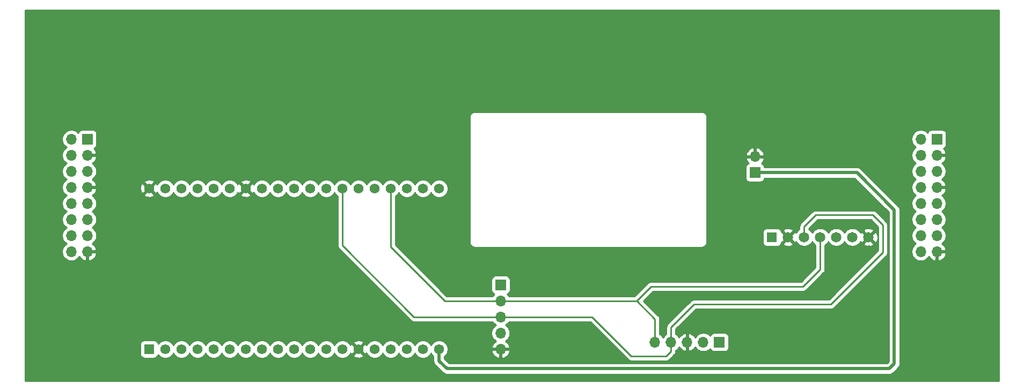
<source format=gbr>
G04 #@! TF.GenerationSoftware,KiCad,Pcbnew,5.1.9*
G04 #@! TF.CreationDate,2020-12-27T16:17:09+01:00*
G04 #@! TF.ProjectId,esp32_air_monitor,65737033-325f-4616-9972-5f6d6f6e6974,0.1*
G04 #@! TF.SameCoordinates,Original*
G04 #@! TF.FileFunction,Copper,L1,Top*
G04 #@! TF.FilePolarity,Positive*
%FSLAX46Y46*%
G04 Gerber Fmt 4.6, Leading zero omitted, Abs format (unit mm)*
G04 Created by KiCad (PCBNEW 5.1.9) date 2020-12-27 16:17:09*
%MOMM*%
%LPD*%
G01*
G04 APERTURE LIST*
G04 #@! TA.AperFunction,ComponentPad*
%ADD10R,1.560000X1.560000*%
G04 #@! TD*
G04 #@! TA.AperFunction,ComponentPad*
%ADD11C,1.560000*%
G04 #@! TD*
G04 #@! TA.AperFunction,ComponentPad*
%ADD12R,1.650000X1.650000*%
G04 #@! TD*
G04 #@! TA.AperFunction,ComponentPad*
%ADD13C,1.650000*%
G04 #@! TD*
G04 #@! TA.AperFunction,ComponentPad*
%ADD14O,1.700000X1.700000*%
G04 #@! TD*
G04 #@! TA.AperFunction,ComponentPad*
%ADD15R,1.700000X1.700000*%
G04 #@! TD*
G04 #@! TA.AperFunction,ViaPad*
%ADD16C,1.200000*%
G04 #@! TD*
G04 #@! TA.AperFunction,Conductor*
%ADD17C,0.250000*%
G04 #@! TD*
G04 #@! TA.AperFunction,Conductor*
%ADD18C,0.500000*%
G04 #@! TD*
G04 #@! TA.AperFunction,Conductor*
%ADD19C,0.254000*%
G04 #@! TD*
G04 #@! TA.AperFunction,Conductor*
%ADD20C,0.100000*%
G04 #@! TD*
G04 APERTURE END LIST*
D10*
X88340000Y-126600000D03*
D11*
X90880000Y-126600000D03*
X134060000Y-126600000D03*
X93420000Y-126600000D03*
X95960000Y-126600000D03*
X98500000Y-126600000D03*
X101040000Y-126600000D03*
X103580000Y-126600000D03*
X106120000Y-126600000D03*
X108660000Y-126600000D03*
X111200000Y-126600000D03*
X113740000Y-126600000D03*
X116280000Y-126600000D03*
X118820000Y-126600000D03*
X121360000Y-126600000D03*
X123900000Y-126600000D03*
X126440000Y-126600000D03*
X128980000Y-126600000D03*
X131520000Y-126600000D03*
X88340000Y-101200000D03*
X90880000Y-101200000D03*
X93420000Y-101200000D03*
X95960000Y-101200000D03*
X98500000Y-101200000D03*
X101040000Y-101200000D03*
X103580000Y-101200000D03*
X106120000Y-101200000D03*
X108660000Y-101200000D03*
X111200000Y-101200000D03*
X113740000Y-101200000D03*
X116280000Y-101200000D03*
X118820000Y-101200000D03*
X121360000Y-101200000D03*
X123900000Y-101200000D03*
X126440000Y-101200000D03*
X128980000Y-101200000D03*
X131520000Y-101200000D03*
X134060000Y-101200000D03*
D12*
X186600000Y-108900000D03*
D13*
X189140000Y-108900000D03*
X191680000Y-108900000D03*
X194220000Y-108900000D03*
X196760000Y-108900000D03*
X199300000Y-108900000D03*
X201840000Y-108900000D03*
D14*
X76060000Y-111180000D03*
X78600000Y-111180000D03*
X76060000Y-108640000D03*
X78600000Y-108640000D03*
X76060000Y-106100000D03*
X78600000Y-106100000D03*
X76060000Y-103560000D03*
X78600000Y-103560000D03*
X76060000Y-101020000D03*
X78600000Y-101020000D03*
X76060000Y-98480000D03*
X78600000Y-98480000D03*
X76060000Y-95940000D03*
X78600000Y-95940000D03*
X76060000Y-93400000D03*
D15*
X78600000Y-93400000D03*
D14*
X210060000Y-111180000D03*
X212600000Y-111180000D03*
X210060000Y-108640000D03*
X212600000Y-108640000D03*
X210060000Y-106100000D03*
X212600000Y-106100000D03*
X210060000Y-103560000D03*
X212600000Y-103560000D03*
X210060000Y-101020000D03*
X212600000Y-101020000D03*
X210060000Y-98480000D03*
X212600000Y-98480000D03*
X210060000Y-95940000D03*
X212600000Y-95940000D03*
X210060000Y-93400000D03*
D15*
X212600000Y-93400000D03*
D14*
X168140000Y-125500000D03*
X170680000Y-125500000D03*
X173220000Y-125500000D03*
X175760000Y-125500000D03*
D15*
X178300000Y-125500000D03*
D14*
X143800000Y-126600000D03*
X143800000Y-124060000D03*
X143800000Y-121520000D03*
X143800000Y-118980000D03*
D15*
X143800000Y-116440000D03*
D14*
X183900000Y-96160000D03*
D15*
X183900000Y-98700000D03*
D16*
X215000000Y-101000000D03*
X201900000Y-110800000D03*
X212700000Y-114000000D03*
X215400000Y-111200000D03*
X213100000Y-90700000D03*
X215300000Y-93400000D03*
X78600000Y-114100000D03*
X81200000Y-95900000D03*
X81500000Y-101100000D03*
X88300000Y-98900000D03*
X121300000Y-124200000D03*
X121400000Y-128900000D03*
X103600000Y-103500000D03*
X103600000Y-98800000D03*
X187200000Y-96200000D03*
X183800000Y-92300000D03*
X189200000Y-111400000D03*
X189100000Y-106600000D03*
X201800000Y-106600000D03*
X173200000Y-122800000D03*
X103500000Y-90100000D03*
X114500000Y-89900000D03*
X114400000Y-98800000D03*
X75200000Y-87200000D03*
X79500000Y-87200000D03*
X79700000Y-79800000D03*
X74900000Y-79900000D03*
X220200000Y-100800000D03*
X209000000Y-119000000D03*
X203200000Y-119000000D03*
X187700000Y-122600000D03*
X182000000Y-115100000D03*
X75800000Y-114200000D03*
X75900000Y-118200000D03*
X78600000Y-118200000D03*
X126400000Y-98800000D03*
X146900000Y-126700000D03*
X140700000Y-126700000D03*
X118800000Y-98800000D03*
D17*
X170680000Y-125500000D02*
X170680000Y-123120000D01*
X170680000Y-123120000D02*
X174300000Y-119500000D01*
X174300000Y-119500000D02*
X195900000Y-119500000D01*
X195900000Y-119500000D02*
X204100000Y-111300000D01*
X204100000Y-111300000D02*
X204100000Y-107000000D01*
X204100000Y-107000000D02*
X202500000Y-105400000D01*
X202500000Y-105400000D02*
X193500000Y-105400000D01*
X191680000Y-107220000D02*
X191680000Y-108900000D01*
X193500000Y-105400000D02*
X191680000Y-107220000D01*
X143800000Y-121520000D02*
X158220000Y-121520000D01*
X158220000Y-121520000D02*
X164400000Y-127700000D01*
X164400000Y-127700000D02*
X169900000Y-127700000D01*
X170680000Y-126920000D02*
X170680000Y-125500000D01*
X169900000Y-127700000D02*
X170680000Y-126920000D01*
X143800000Y-121520000D02*
X130120000Y-121520000D01*
X118820000Y-110220000D02*
X118820000Y-101200000D01*
X130120000Y-121520000D02*
X118820000Y-110220000D01*
X194220000Y-113980000D02*
X194220000Y-108900000D01*
X191500000Y-116700000D02*
X194220000Y-113980000D01*
X143800000Y-118980000D02*
X161620000Y-118980000D01*
X161620000Y-118980000D02*
X165220000Y-118980000D01*
X167500000Y-116700000D02*
X175800000Y-116700000D01*
X165220000Y-118980000D02*
X167500000Y-116700000D01*
X175800000Y-116700000D02*
X191500000Y-116700000D01*
X174200000Y-116700000D02*
X175800000Y-116700000D01*
X165220000Y-118980000D02*
X165280000Y-118980000D01*
X168140000Y-121840000D02*
X168140000Y-125500000D01*
X165280000Y-118980000D02*
X168140000Y-121840000D01*
X143800000Y-118980000D02*
X134980000Y-118980000D01*
X126440000Y-110440000D02*
X126440000Y-101200000D01*
X134980000Y-118980000D02*
X126440000Y-110440000D01*
D18*
X134060000Y-128460000D02*
X134060000Y-126600000D01*
X135300000Y-129700000D02*
X134060000Y-128460000D01*
X205100000Y-129700000D02*
X135300000Y-129700000D01*
X205900000Y-104600000D02*
X205900000Y-128900000D01*
X200000000Y-98700000D02*
X205900000Y-104600000D01*
X205900000Y-128900000D02*
X205100000Y-129700000D01*
X183900000Y-98700000D02*
X200000000Y-98700000D01*
D19*
X222415001Y-131615000D02*
X68785000Y-131615000D01*
X68785000Y-125820000D01*
X86921928Y-125820000D01*
X86921928Y-127380000D01*
X86934188Y-127504482D01*
X86970498Y-127624180D01*
X87029463Y-127734494D01*
X87108815Y-127831185D01*
X87205506Y-127910537D01*
X87315820Y-127969502D01*
X87435518Y-128005812D01*
X87560000Y-128018072D01*
X89120000Y-128018072D01*
X89244482Y-128005812D01*
X89364180Y-127969502D01*
X89474494Y-127910537D01*
X89571185Y-127831185D01*
X89650537Y-127734494D01*
X89709502Y-127624180D01*
X89745812Y-127504482D01*
X89750531Y-127456564D01*
X89780897Y-127502010D01*
X89977990Y-127699103D01*
X90209746Y-127853957D01*
X90467260Y-127960623D01*
X90740635Y-128015000D01*
X91019365Y-128015000D01*
X91292740Y-127960623D01*
X91550254Y-127853957D01*
X91782010Y-127699103D01*
X91979103Y-127502010D01*
X92133957Y-127270254D01*
X92150000Y-127231523D01*
X92166043Y-127270254D01*
X92320897Y-127502010D01*
X92517990Y-127699103D01*
X92749746Y-127853957D01*
X93007260Y-127960623D01*
X93280635Y-128015000D01*
X93559365Y-128015000D01*
X93832740Y-127960623D01*
X94090254Y-127853957D01*
X94322010Y-127699103D01*
X94519103Y-127502010D01*
X94673957Y-127270254D01*
X94690000Y-127231523D01*
X94706043Y-127270254D01*
X94860897Y-127502010D01*
X95057990Y-127699103D01*
X95289746Y-127853957D01*
X95547260Y-127960623D01*
X95820635Y-128015000D01*
X96099365Y-128015000D01*
X96372740Y-127960623D01*
X96630254Y-127853957D01*
X96862010Y-127699103D01*
X97059103Y-127502010D01*
X97213957Y-127270254D01*
X97230000Y-127231523D01*
X97246043Y-127270254D01*
X97400897Y-127502010D01*
X97597990Y-127699103D01*
X97829746Y-127853957D01*
X98087260Y-127960623D01*
X98360635Y-128015000D01*
X98639365Y-128015000D01*
X98912740Y-127960623D01*
X99170254Y-127853957D01*
X99402010Y-127699103D01*
X99599103Y-127502010D01*
X99753957Y-127270254D01*
X99770000Y-127231523D01*
X99786043Y-127270254D01*
X99940897Y-127502010D01*
X100137990Y-127699103D01*
X100369746Y-127853957D01*
X100627260Y-127960623D01*
X100900635Y-128015000D01*
X101179365Y-128015000D01*
X101452740Y-127960623D01*
X101710254Y-127853957D01*
X101942010Y-127699103D01*
X102139103Y-127502010D01*
X102293957Y-127270254D01*
X102310000Y-127231523D01*
X102326043Y-127270254D01*
X102480897Y-127502010D01*
X102677990Y-127699103D01*
X102909746Y-127853957D01*
X103167260Y-127960623D01*
X103440635Y-128015000D01*
X103719365Y-128015000D01*
X103992740Y-127960623D01*
X104250254Y-127853957D01*
X104482010Y-127699103D01*
X104679103Y-127502010D01*
X104833957Y-127270254D01*
X104850000Y-127231523D01*
X104866043Y-127270254D01*
X105020897Y-127502010D01*
X105217990Y-127699103D01*
X105449746Y-127853957D01*
X105707260Y-127960623D01*
X105980635Y-128015000D01*
X106259365Y-128015000D01*
X106532740Y-127960623D01*
X106790254Y-127853957D01*
X107022010Y-127699103D01*
X107219103Y-127502010D01*
X107373957Y-127270254D01*
X107390000Y-127231523D01*
X107406043Y-127270254D01*
X107560897Y-127502010D01*
X107757990Y-127699103D01*
X107989746Y-127853957D01*
X108247260Y-127960623D01*
X108520635Y-128015000D01*
X108799365Y-128015000D01*
X109072740Y-127960623D01*
X109330254Y-127853957D01*
X109562010Y-127699103D01*
X109759103Y-127502010D01*
X109913957Y-127270254D01*
X109930000Y-127231523D01*
X109946043Y-127270254D01*
X110100897Y-127502010D01*
X110297990Y-127699103D01*
X110529746Y-127853957D01*
X110787260Y-127960623D01*
X111060635Y-128015000D01*
X111339365Y-128015000D01*
X111612740Y-127960623D01*
X111870254Y-127853957D01*
X112102010Y-127699103D01*
X112299103Y-127502010D01*
X112453957Y-127270254D01*
X112470000Y-127231523D01*
X112486043Y-127270254D01*
X112640897Y-127502010D01*
X112837990Y-127699103D01*
X113069746Y-127853957D01*
X113327260Y-127960623D01*
X113600635Y-128015000D01*
X113879365Y-128015000D01*
X114152740Y-127960623D01*
X114410254Y-127853957D01*
X114642010Y-127699103D01*
X114839103Y-127502010D01*
X114993957Y-127270254D01*
X115010000Y-127231523D01*
X115026043Y-127270254D01*
X115180897Y-127502010D01*
X115377990Y-127699103D01*
X115609746Y-127853957D01*
X115867260Y-127960623D01*
X116140635Y-128015000D01*
X116419365Y-128015000D01*
X116692740Y-127960623D01*
X116950254Y-127853957D01*
X117182010Y-127699103D01*
X117379103Y-127502010D01*
X117533957Y-127270254D01*
X117550000Y-127231523D01*
X117566043Y-127270254D01*
X117720897Y-127502010D01*
X117917990Y-127699103D01*
X118149746Y-127853957D01*
X118407260Y-127960623D01*
X118680635Y-128015000D01*
X118959365Y-128015000D01*
X119232740Y-127960623D01*
X119490254Y-127853957D01*
X119722010Y-127699103D01*
X119842692Y-127578421D01*
X120561184Y-127578421D01*
X120630345Y-127820349D01*
X120882443Y-127939248D01*
X121152894Y-128006681D01*
X121431303Y-128020057D01*
X121706972Y-127978860D01*
X121969308Y-127884675D01*
X122089655Y-127820349D01*
X122158816Y-127578421D01*
X121360000Y-126779605D01*
X120561184Y-127578421D01*
X119842692Y-127578421D01*
X119919103Y-127502010D01*
X120073957Y-127270254D01*
X120088777Y-127234475D01*
X120139651Y-127329655D01*
X120381579Y-127398816D01*
X121180395Y-126600000D01*
X121539605Y-126600000D01*
X122338421Y-127398816D01*
X122580349Y-127329655D01*
X122628425Y-127227721D01*
X122646043Y-127270254D01*
X122800897Y-127502010D01*
X122997990Y-127699103D01*
X123229746Y-127853957D01*
X123487260Y-127960623D01*
X123760635Y-128015000D01*
X124039365Y-128015000D01*
X124312740Y-127960623D01*
X124570254Y-127853957D01*
X124802010Y-127699103D01*
X124999103Y-127502010D01*
X125153957Y-127270254D01*
X125170000Y-127231523D01*
X125186043Y-127270254D01*
X125340897Y-127502010D01*
X125537990Y-127699103D01*
X125769746Y-127853957D01*
X126027260Y-127960623D01*
X126300635Y-128015000D01*
X126579365Y-128015000D01*
X126852740Y-127960623D01*
X127110254Y-127853957D01*
X127342010Y-127699103D01*
X127539103Y-127502010D01*
X127693957Y-127270254D01*
X127710000Y-127231523D01*
X127726043Y-127270254D01*
X127880897Y-127502010D01*
X128077990Y-127699103D01*
X128309746Y-127853957D01*
X128567260Y-127960623D01*
X128840635Y-128015000D01*
X129119365Y-128015000D01*
X129392740Y-127960623D01*
X129650254Y-127853957D01*
X129882010Y-127699103D01*
X130079103Y-127502010D01*
X130233957Y-127270254D01*
X130250000Y-127231523D01*
X130266043Y-127270254D01*
X130420897Y-127502010D01*
X130617990Y-127699103D01*
X130849746Y-127853957D01*
X131107260Y-127960623D01*
X131380635Y-128015000D01*
X131659365Y-128015000D01*
X131932740Y-127960623D01*
X132190254Y-127853957D01*
X132422010Y-127699103D01*
X132619103Y-127502010D01*
X132773957Y-127270254D01*
X132790000Y-127231523D01*
X132806043Y-127270254D01*
X132960897Y-127502010D01*
X133157990Y-127699103D01*
X133175000Y-127710469D01*
X133175000Y-128416531D01*
X133170719Y-128460000D01*
X133175000Y-128503469D01*
X133175000Y-128503476D01*
X133187805Y-128633489D01*
X133238411Y-128800312D01*
X133320589Y-128954058D01*
X133431183Y-129088817D01*
X133464956Y-129116534D01*
X134643470Y-130295049D01*
X134671183Y-130328817D01*
X134704951Y-130356530D01*
X134704953Y-130356532D01*
X134805940Y-130439410D01*
X134805941Y-130439411D01*
X134959687Y-130521589D01*
X135126510Y-130572195D01*
X135256523Y-130585000D01*
X135256531Y-130585000D01*
X135300000Y-130589281D01*
X135343469Y-130585000D01*
X205056531Y-130585000D01*
X205100000Y-130589281D01*
X205143469Y-130585000D01*
X205143477Y-130585000D01*
X205273490Y-130572195D01*
X205440313Y-130521589D01*
X205594059Y-130439411D01*
X205728817Y-130328817D01*
X205756534Y-130295044D01*
X206495049Y-129556530D01*
X206528817Y-129528817D01*
X206639411Y-129394059D01*
X206721589Y-129240313D01*
X206772195Y-129073490D01*
X206785000Y-128943477D01*
X206785000Y-128943469D01*
X206789281Y-128900000D01*
X206785000Y-128856531D01*
X206785000Y-104643466D01*
X206789281Y-104599999D01*
X206785000Y-104556533D01*
X206785000Y-104556523D01*
X206772195Y-104426510D01*
X206721589Y-104259687D01*
X206639411Y-104105941D01*
X206528817Y-103971183D01*
X206495051Y-103943472D01*
X200656534Y-98104956D01*
X200628817Y-98071183D01*
X200494059Y-97960589D01*
X200340313Y-97878411D01*
X200173490Y-97827805D01*
X200043477Y-97815000D01*
X200043469Y-97815000D01*
X200000000Y-97810719D01*
X199956531Y-97815000D01*
X185384625Y-97815000D01*
X185375812Y-97725518D01*
X185339502Y-97605820D01*
X185280537Y-97495506D01*
X185201185Y-97398815D01*
X185104494Y-97319463D01*
X184994180Y-97260498D01*
X184913534Y-97236034D01*
X184997588Y-97160269D01*
X185171641Y-96926920D01*
X185296825Y-96664099D01*
X185341476Y-96516890D01*
X185220155Y-96287000D01*
X184027000Y-96287000D01*
X184027000Y-96307000D01*
X183773000Y-96307000D01*
X183773000Y-96287000D01*
X182579845Y-96287000D01*
X182458524Y-96516890D01*
X182503175Y-96664099D01*
X182628359Y-96926920D01*
X182802412Y-97160269D01*
X182886466Y-97236034D01*
X182805820Y-97260498D01*
X182695506Y-97319463D01*
X182598815Y-97398815D01*
X182519463Y-97495506D01*
X182460498Y-97605820D01*
X182424188Y-97725518D01*
X182411928Y-97850000D01*
X182411928Y-99550000D01*
X182424188Y-99674482D01*
X182460498Y-99794180D01*
X182519463Y-99904494D01*
X182598815Y-100001185D01*
X182695506Y-100080537D01*
X182805820Y-100139502D01*
X182925518Y-100175812D01*
X183050000Y-100188072D01*
X184750000Y-100188072D01*
X184874482Y-100175812D01*
X184994180Y-100139502D01*
X185104494Y-100080537D01*
X185201185Y-100001185D01*
X185280537Y-99904494D01*
X185339502Y-99794180D01*
X185375812Y-99674482D01*
X185384625Y-99585000D01*
X199633422Y-99585000D01*
X205015000Y-104966579D01*
X205015001Y-128533420D01*
X204733422Y-128815000D01*
X135666579Y-128815000D01*
X134945000Y-128093422D01*
X134945000Y-127710469D01*
X134962010Y-127699103D01*
X135159103Y-127502010D01*
X135313957Y-127270254D01*
X135420623Y-127012740D01*
X135431732Y-126956890D01*
X142358524Y-126956890D01*
X142403175Y-127104099D01*
X142528359Y-127366920D01*
X142702412Y-127600269D01*
X142918645Y-127795178D01*
X143168748Y-127944157D01*
X143443109Y-128041481D01*
X143673000Y-127920814D01*
X143673000Y-126727000D01*
X143927000Y-126727000D01*
X143927000Y-127920814D01*
X144156891Y-128041481D01*
X144431252Y-127944157D01*
X144681355Y-127795178D01*
X144897588Y-127600269D01*
X145071641Y-127366920D01*
X145196825Y-127104099D01*
X145241476Y-126956890D01*
X145120155Y-126727000D01*
X143927000Y-126727000D01*
X143673000Y-126727000D01*
X142479845Y-126727000D01*
X142358524Y-126956890D01*
X135431732Y-126956890D01*
X135475000Y-126739365D01*
X135475000Y-126460635D01*
X135420623Y-126187260D01*
X135313957Y-125929746D01*
X135159103Y-125697990D01*
X134962010Y-125500897D01*
X134730254Y-125346043D01*
X134472740Y-125239377D01*
X134199365Y-125185000D01*
X133920635Y-125185000D01*
X133647260Y-125239377D01*
X133389746Y-125346043D01*
X133157990Y-125500897D01*
X132960897Y-125697990D01*
X132806043Y-125929746D01*
X132790000Y-125968477D01*
X132773957Y-125929746D01*
X132619103Y-125697990D01*
X132422010Y-125500897D01*
X132190254Y-125346043D01*
X131932740Y-125239377D01*
X131659365Y-125185000D01*
X131380635Y-125185000D01*
X131107260Y-125239377D01*
X130849746Y-125346043D01*
X130617990Y-125500897D01*
X130420897Y-125697990D01*
X130266043Y-125929746D01*
X130250000Y-125968477D01*
X130233957Y-125929746D01*
X130079103Y-125697990D01*
X129882010Y-125500897D01*
X129650254Y-125346043D01*
X129392740Y-125239377D01*
X129119365Y-125185000D01*
X128840635Y-125185000D01*
X128567260Y-125239377D01*
X128309746Y-125346043D01*
X128077990Y-125500897D01*
X127880897Y-125697990D01*
X127726043Y-125929746D01*
X127710000Y-125968477D01*
X127693957Y-125929746D01*
X127539103Y-125697990D01*
X127342010Y-125500897D01*
X127110254Y-125346043D01*
X126852740Y-125239377D01*
X126579365Y-125185000D01*
X126300635Y-125185000D01*
X126027260Y-125239377D01*
X125769746Y-125346043D01*
X125537990Y-125500897D01*
X125340897Y-125697990D01*
X125186043Y-125929746D01*
X125170000Y-125968477D01*
X125153957Y-125929746D01*
X124999103Y-125697990D01*
X124802010Y-125500897D01*
X124570254Y-125346043D01*
X124312740Y-125239377D01*
X124039365Y-125185000D01*
X123760635Y-125185000D01*
X123487260Y-125239377D01*
X123229746Y-125346043D01*
X122997990Y-125500897D01*
X122800897Y-125697990D01*
X122646043Y-125929746D01*
X122631223Y-125965525D01*
X122580349Y-125870345D01*
X122338421Y-125801184D01*
X121539605Y-126600000D01*
X121180395Y-126600000D01*
X120381579Y-125801184D01*
X120139651Y-125870345D01*
X120091575Y-125972279D01*
X120073957Y-125929746D01*
X119919103Y-125697990D01*
X119842692Y-125621579D01*
X120561184Y-125621579D01*
X121360000Y-126420395D01*
X122158816Y-125621579D01*
X122089655Y-125379651D01*
X121837557Y-125260752D01*
X121567106Y-125193319D01*
X121288697Y-125179943D01*
X121013028Y-125221140D01*
X120750692Y-125315325D01*
X120630345Y-125379651D01*
X120561184Y-125621579D01*
X119842692Y-125621579D01*
X119722010Y-125500897D01*
X119490254Y-125346043D01*
X119232740Y-125239377D01*
X118959365Y-125185000D01*
X118680635Y-125185000D01*
X118407260Y-125239377D01*
X118149746Y-125346043D01*
X117917990Y-125500897D01*
X117720897Y-125697990D01*
X117566043Y-125929746D01*
X117550000Y-125968477D01*
X117533957Y-125929746D01*
X117379103Y-125697990D01*
X117182010Y-125500897D01*
X116950254Y-125346043D01*
X116692740Y-125239377D01*
X116419365Y-125185000D01*
X116140635Y-125185000D01*
X115867260Y-125239377D01*
X115609746Y-125346043D01*
X115377990Y-125500897D01*
X115180897Y-125697990D01*
X115026043Y-125929746D01*
X115010000Y-125968477D01*
X114993957Y-125929746D01*
X114839103Y-125697990D01*
X114642010Y-125500897D01*
X114410254Y-125346043D01*
X114152740Y-125239377D01*
X113879365Y-125185000D01*
X113600635Y-125185000D01*
X113327260Y-125239377D01*
X113069746Y-125346043D01*
X112837990Y-125500897D01*
X112640897Y-125697990D01*
X112486043Y-125929746D01*
X112470000Y-125968477D01*
X112453957Y-125929746D01*
X112299103Y-125697990D01*
X112102010Y-125500897D01*
X111870254Y-125346043D01*
X111612740Y-125239377D01*
X111339365Y-125185000D01*
X111060635Y-125185000D01*
X110787260Y-125239377D01*
X110529746Y-125346043D01*
X110297990Y-125500897D01*
X110100897Y-125697990D01*
X109946043Y-125929746D01*
X109930000Y-125968477D01*
X109913957Y-125929746D01*
X109759103Y-125697990D01*
X109562010Y-125500897D01*
X109330254Y-125346043D01*
X109072740Y-125239377D01*
X108799365Y-125185000D01*
X108520635Y-125185000D01*
X108247260Y-125239377D01*
X107989746Y-125346043D01*
X107757990Y-125500897D01*
X107560897Y-125697990D01*
X107406043Y-125929746D01*
X107390000Y-125968477D01*
X107373957Y-125929746D01*
X107219103Y-125697990D01*
X107022010Y-125500897D01*
X106790254Y-125346043D01*
X106532740Y-125239377D01*
X106259365Y-125185000D01*
X105980635Y-125185000D01*
X105707260Y-125239377D01*
X105449746Y-125346043D01*
X105217990Y-125500897D01*
X105020897Y-125697990D01*
X104866043Y-125929746D01*
X104850000Y-125968477D01*
X104833957Y-125929746D01*
X104679103Y-125697990D01*
X104482010Y-125500897D01*
X104250254Y-125346043D01*
X103992740Y-125239377D01*
X103719365Y-125185000D01*
X103440635Y-125185000D01*
X103167260Y-125239377D01*
X102909746Y-125346043D01*
X102677990Y-125500897D01*
X102480897Y-125697990D01*
X102326043Y-125929746D01*
X102310000Y-125968477D01*
X102293957Y-125929746D01*
X102139103Y-125697990D01*
X101942010Y-125500897D01*
X101710254Y-125346043D01*
X101452740Y-125239377D01*
X101179365Y-125185000D01*
X100900635Y-125185000D01*
X100627260Y-125239377D01*
X100369746Y-125346043D01*
X100137990Y-125500897D01*
X99940897Y-125697990D01*
X99786043Y-125929746D01*
X99770000Y-125968477D01*
X99753957Y-125929746D01*
X99599103Y-125697990D01*
X99402010Y-125500897D01*
X99170254Y-125346043D01*
X98912740Y-125239377D01*
X98639365Y-125185000D01*
X98360635Y-125185000D01*
X98087260Y-125239377D01*
X97829746Y-125346043D01*
X97597990Y-125500897D01*
X97400897Y-125697990D01*
X97246043Y-125929746D01*
X97230000Y-125968477D01*
X97213957Y-125929746D01*
X97059103Y-125697990D01*
X96862010Y-125500897D01*
X96630254Y-125346043D01*
X96372740Y-125239377D01*
X96099365Y-125185000D01*
X95820635Y-125185000D01*
X95547260Y-125239377D01*
X95289746Y-125346043D01*
X95057990Y-125500897D01*
X94860897Y-125697990D01*
X94706043Y-125929746D01*
X94690000Y-125968477D01*
X94673957Y-125929746D01*
X94519103Y-125697990D01*
X94322010Y-125500897D01*
X94090254Y-125346043D01*
X93832740Y-125239377D01*
X93559365Y-125185000D01*
X93280635Y-125185000D01*
X93007260Y-125239377D01*
X92749746Y-125346043D01*
X92517990Y-125500897D01*
X92320897Y-125697990D01*
X92166043Y-125929746D01*
X92150000Y-125968477D01*
X92133957Y-125929746D01*
X91979103Y-125697990D01*
X91782010Y-125500897D01*
X91550254Y-125346043D01*
X91292740Y-125239377D01*
X91019365Y-125185000D01*
X90740635Y-125185000D01*
X90467260Y-125239377D01*
X90209746Y-125346043D01*
X89977990Y-125500897D01*
X89780897Y-125697990D01*
X89750531Y-125743436D01*
X89745812Y-125695518D01*
X89709502Y-125575820D01*
X89650537Y-125465506D01*
X89571185Y-125368815D01*
X89474494Y-125289463D01*
X89364180Y-125230498D01*
X89244482Y-125194188D01*
X89120000Y-125181928D01*
X87560000Y-125181928D01*
X87435518Y-125194188D01*
X87315820Y-125230498D01*
X87205506Y-125289463D01*
X87108815Y-125368815D01*
X87029463Y-125465506D01*
X86970498Y-125575820D01*
X86934188Y-125695518D01*
X86921928Y-125820000D01*
X68785000Y-125820000D01*
X68785000Y-93253740D01*
X74575000Y-93253740D01*
X74575000Y-93546260D01*
X74632068Y-93833158D01*
X74744010Y-94103411D01*
X74906525Y-94346632D01*
X75113368Y-94553475D01*
X75287760Y-94670000D01*
X75113368Y-94786525D01*
X74906525Y-94993368D01*
X74744010Y-95236589D01*
X74632068Y-95506842D01*
X74575000Y-95793740D01*
X74575000Y-96086260D01*
X74632068Y-96373158D01*
X74744010Y-96643411D01*
X74906525Y-96886632D01*
X75113368Y-97093475D01*
X75287760Y-97210000D01*
X75113368Y-97326525D01*
X74906525Y-97533368D01*
X74744010Y-97776589D01*
X74632068Y-98046842D01*
X74575000Y-98333740D01*
X74575000Y-98626260D01*
X74632068Y-98913158D01*
X74744010Y-99183411D01*
X74906525Y-99426632D01*
X75113368Y-99633475D01*
X75287760Y-99750000D01*
X75113368Y-99866525D01*
X74906525Y-100073368D01*
X74744010Y-100316589D01*
X74632068Y-100586842D01*
X74575000Y-100873740D01*
X74575000Y-101166260D01*
X74632068Y-101453158D01*
X74744010Y-101723411D01*
X74906525Y-101966632D01*
X75113368Y-102173475D01*
X75287760Y-102290000D01*
X75113368Y-102406525D01*
X74906525Y-102613368D01*
X74744010Y-102856589D01*
X74632068Y-103126842D01*
X74575000Y-103413740D01*
X74575000Y-103706260D01*
X74632068Y-103993158D01*
X74744010Y-104263411D01*
X74906525Y-104506632D01*
X75113368Y-104713475D01*
X75287760Y-104830000D01*
X75113368Y-104946525D01*
X74906525Y-105153368D01*
X74744010Y-105396589D01*
X74632068Y-105666842D01*
X74575000Y-105953740D01*
X74575000Y-106246260D01*
X74632068Y-106533158D01*
X74744010Y-106803411D01*
X74906525Y-107046632D01*
X75113368Y-107253475D01*
X75287760Y-107370000D01*
X75113368Y-107486525D01*
X74906525Y-107693368D01*
X74744010Y-107936589D01*
X74632068Y-108206842D01*
X74575000Y-108493740D01*
X74575000Y-108786260D01*
X74632068Y-109073158D01*
X74744010Y-109343411D01*
X74906525Y-109586632D01*
X75113368Y-109793475D01*
X75287760Y-109910000D01*
X75113368Y-110026525D01*
X74906525Y-110233368D01*
X74744010Y-110476589D01*
X74632068Y-110746842D01*
X74575000Y-111033740D01*
X74575000Y-111326260D01*
X74632068Y-111613158D01*
X74744010Y-111883411D01*
X74906525Y-112126632D01*
X75113368Y-112333475D01*
X75356589Y-112495990D01*
X75626842Y-112607932D01*
X75913740Y-112665000D01*
X76206260Y-112665000D01*
X76493158Y-112607932D01*
X76763411Y-112495990D01*
X77006632Y-112333475D01*
X77213475Y-112126632D01*
X77331100Y-111950594D01*
X77502412Y-112180269D01*
X77718645Y-112375178D01*
X77968748Y-112524157D01*
X78243109Y-112621481D01*
X78473000Y-112500814D01*
X78473000Y-111307000D01*
X78727000Y-111307000D01*
X78727000Y-112500814D01*
X78956891Y-112621481D01*
X79231252Y-112524157D01*
X79481355Y-112375178D01*
X79697588Y-112180269D01*
X79871641Y-111946920D01*
X79996825Y-111684099D01*
X80041476Y-111536890D01*
X79920155Y-111307000D01*
X78727000Y-111307000D01*
X78473000Y-111307000D01*
X78453000Y-111307000D01*
X78453000Y-111053000D01*
X78473000Y-111053000D01*
X78473000Y-111033000D01*
X78727000Y-111033000D01*
X78727000Y-111053000D01*
X79920155Y-111053000D01*
X80041476Y-110823110D01*
X79996825Y-110675901D01*
X79871641Y-110413080D01*
X79697588Y-110179731D01*
X79481355Y-109984822D01*
X79364466Y-109915195D01*
X79546632Y-109793475D01*
X79753475Y-109586632D01*
X79915990Y-109343411D01*
X80027932Y-109073158D01*
X80085000Y-108786260D01*
X80085000Y-108493740D01*
X80027932Y-108206842D01*
X79915990Y-107936589D01*
X79753475Y-107693368D01*
X79546632Y-107486525D01*
X79372240Y-107370000D01*
X79546632Y-107253475D01*
X79753475Y-107046632D01*
X79915990Y-106803411D01*
X80027932Y-106533158D01*
X80085000Y-106246260D01*
X80085000Y-105953740D01*
X80027932Y-105666842D01*
X79915990Y-105396589D01*
X79753475Y-105153368D01*
X79546632Y-104946525D01*
X79372240Y-104830000D01*
X79546632Y-104713475D01*
X79753475Y-104506632D01*
X79915990Y-104263411D01*
X80027932Y-103993158D01*
X80085000Y-103706260D01*
X80085000Y-103413740D01*
X80027932Y-103126842D01*
X79915990Y-102856589D01*
X79753475Y-102613368D01*
X79546632Y-102406525D01*
X79364466Y-102284805D01*
X79481355Y-102215178D01*
X79522133Y-102178421D01*
X87541184Y-102178421D01*
X87610345Y-102420349D01*
X87862443Y-102539248D01*
X88132894Y-102606681D01*
X88411303Y-102620057D01*
X88686972Y-102578860D01*
X88949308Y-102484675D01*
X89069655Y-102420349D01*
X89138816Y-102178421D01*
X88340000Y-101379605D01*
X87541184Y-102178421D01*
X79522133Y-102178421D01*
X79697588Y-102020269D01*
X79871641Y-101786920D01*
X79996825Y-101524099D01*
X80041476Y-101376890D01*
X79985755Y-101271303D01*
X86919943Y-101271303D01*
X86961140Y-101546972D01*
X87055325Y-101809308D01*
X87119651Y-101929655D01*
X87361579Y-101998816D01*
X88160395Y-101200000D01*
X88519605Y-101200000D01*
X89318421Y-101998816D01*
X89560349Y-101929655D01*
X89608425Y-101827721D01*
X89626043Y-101870254D01*
X89780897Y-102102010D01*
X89977990Y-102299103D01*
X90209746Y-102453957D01*
X90467260Y-102560623D01*
X90740635Y-102615000D01*
X91019365Y-102615000D01*
X91292740Y-102560623D01*
X91550254Y-102453957D01*
X91782010Y-102299103D01*
X91979103Y-102102010D01*
X92133957Y-101870254D01*
X92150000Y-101831523D01*
X92166043Y-101870254D01*
X92320897Y-102102010D01*
X92517990Y-102299103D01*
X92749746Y-102453957D01*
X93007260Y-102560623D01*
X93280635Y-102615000D01*
X93559365Y-102615000D01*
X93832740Y-102560623D01*
X94090254Y-102453957D01*
X94322010Y-102299103D01*
X94519103Y-102102010D01*
X94673957Y-101870254D01*
X94690000Y-101831523D01*
X94706043Y-101870254D01*
X94860897Y-102102010D01*
X95057990Y-102299103D01*
X95289746Y-102453957D01*
X95547260Y-102560623D01*
X95820635Y-102615000D01*
X96099365Y-102615000D01*
X96372740Y-102560623D01*
X96630254Y-102453957D01*
X96862010Y-102299103D01*
X97059103Y-102102010D01*
X97213957Y-101870254D01*
X97230000Y-101831523D01*
X97246043Y-101870254D01*
X97400897Y-102102010D01*
X97597990Y-102299103D01*
X97829746Y-102453957D01*
X98087260Y-102560623D01*
X98360635Y-102615000D01*
X98639365Y-102615000D01*
X98912740Y-102560623D01*
X99170254Y-102453957D01*
X99402010Y-102299103D01*
X99599103Y-102102010D01*
X99753957Y-101870254D01*
X99770000Y-101831523D01*
X99786043Y-101870254D01*
X99940897Y-102102010D01*
X100137990Y-102299103D01*
X100369746Y-102453957D01*
X100627260Y-102560623D01*
X100900635Y-102615000D01*
X101179365Y-102615000D01*
X101452740Y-102560623D01*
X101710254Y-102453957D01*
X101942010Y-102299103D01*
X102062692Y-102178421D01*
X102781184Y-102178421D01*
X102850345Y-102420349D01*
X103102443Y-102539248D01*
X103372894Y-102606681D01*
X103651303Y-102620057D01*
X103926972Y-102578860D01*
X104189308Y-102484675D01*
X104309655Y-102420349D01*
X104378816Y-102178421D01*
X103580000Y-101379605D01*
X102781184Y-102178421D01*
X102062692Y-102178421D01*
X102139103Y-102102010D01*
X102293957Y-101870254D01*
X102308777Y-101834475D01*
X102359651Y-101929655D01*
X102601579Y-101998816D01*
X103400395Y-101200000D01*
X103759605Y-101200000D01*
X104558421Y-101998816D01*
X104800349Y-101929655D01*
X104848425Y-101827721D01*
X104866043Y-101870254D01*
X105020897Y-102102010D01*
X105217990Y-102299103D01*
X105449746Y-102453957D01*
X105707260Y-102560623D01*
X105980635Y-102615000D01*
X106259365Y-102615000D01*
X106532740Y-102560623D01*
X106790254Y-102453957D01*
X107022010Y-102299103D01*
X107219103Y-102102010D01*
X107373957Y-101870254D01*
X107390000Y-101831523D01*
X107406043Y-101870254D01*
X107560897Y-102102010D01*
X107757990Y-102299103D01*
X107989746Y-102453957D01*
X108247260Y-102560623D01*
X108520635Y-102615000D01*
X108799365Y-102615000D01*
X109072740Y-102560623D01*
X109330254Y-102453957D01*
X109562010Y-102299103D01*
X109759103Y-102102010D01*
X109913957Y-101870254D01*
X109930000Y-101831523D01*
X109946043Y-101870254D01*
X110100897Y-102102010D01*
X110297990Y-102299103D01*
X110529746Y-102453957D01*
X110787260Y-102560623D01*
X111060635Y-102615000D01*
X111339365Y-102615000D01*
X111612740Y-102560623D01*
X111870254Y-102453957D01*
X112102010Y-102299103D01*
X112299103Y-102102010D01*
X112453957Y-101870254D01*
X112470000Y-101831523D01*
X112486043Y-101870254D01*
X112640897Y-102102010D01*
X112837990Y-102299103D01*
X113069746Y-102453957D01*
X113327260Y-102560623D01*
X113600635Y-102615000D01*
X113879365Y-102615000D01*
X114152740Y-102560623D01*
X114410254Y-102453957D01*
X114642010Y-102299103D01*
X114839103Y-102102010D01*
X114993957Y-101870254D01*
X115010000Y-101831523D01*
X115026043Y-101870254D01*
X115180897Y-102102010D01*
X115377990Y-102299103D01*
X115609746Y-102453957D01*
X115867260Y-102560623D01*
X116140635Y-102615000D01*
X116419365Y-102615000D01*
X116692740Y-102560623D01*
X116950254Y-102453957D01*
X117182010Y-102299103D01*
X117379103Y-102102010D01*
X117533957Y-101870254D01*
X117550000Y-101831523D01*
X117566043Y-101870254D01*
X117720897Y-102102010D01*
X117917990Y-102299103D01*
X118060001Y-102393991D01*
X118060000Y-110182678D01*
X118056324Y-110220000D01*
X118060000Y-110257322D01*
X118060000Y-110257332D01*
X118070997Y-110368985D01*
X118114454Y-110512246D01*
X118185026Y-110644276D01*
X118224871Y-110692826D01*
X118279999Y-110760001D01*
X118309003Y-110783804D01*
X129556200Y-122031002D01*
X129579999Y-122060001D01*
X129695724Y-122154974D01*
X129827753Y-122225546D01*
X129971014Y-122269003D01*
X130082667Y-122280000D01*
X130082676Y-122280000D01*
X130119999Y-122283676D01*
X130157322Y-122280000D01*
X142521822Y-122280000D01*
X142646525Y-122466632D01*
X142853368Y-122673475D01*
X143027760Y-122790000D01*
X142853368Y-122906525D01*
X142646525Y-123113368D01*
X142484010Y-123356589D01*
X142372068Y-123626842D01*
X142315000Y-123913740D01*
X142315000Y-124206260D01*
X142372068Y-124493158D01*
X142484010Y-124763411D01*
X142646525Y-125006632D01*
X142853368Y-125213475D01*
X143035534Y-125335195D01*
X142918645Y-125404822D01*
X142702412Y-125599731D01*
X142528359Y-125833080D01*
X142403175Y-126095901D01*
X142358524Y-126243110D01*
X142479845Y-126473000D01*
X143673000Y-126473000D01*
X143673000Y-126453000D01*
X143927000Y-126453000D01*
X143927000Y-126473000D01*
X145120155Y-126473000D01*
X145241476Y-126243110D01*
X145196825Y-126095901D01*
X145071641Y-125833080D01*
X144897588Y-125599731D01*
X144681355Y-125404822D01*
X144564466Y-125335195D01*
X144746632Y-125213475D01*
X144953475Y-125006632D01*
X145115990Y-124763411D01*
X145227932Y-124493158D01*
X145285000Y-124206260D01*
X145285000Y-123913740D01*
X145227932Y-123626842D01*
X145115990Y-123356589D01*
X144953475Y-123113368D01*
X144746632Y-122906525D01*
X144572240Y-122790000D01*
X144746632Y-122673475D01*
X144953475Y-122466632D01*
X145078178Y-122280000D01*
X157905199Y-122280000D01*
X163836201Y-128211003D01*
X163859999Y-128240001D01*
X163975724Y-128334974D01*
X164107753Y-128405546D01*
X164251014Y-128449003D01*
X164362667Y-128460000D01*
X164362677Y-128460000D01*
X164400000Y-128463676D01*
X164437323Y-128460000D01*
X169862678Y-128460000D01*
X169900000Y-128463676D01*
X169937322Y-128460000D01*
X169937333Y-128460000D01*
X170048986Y-128449003D01*
X170192247Y-128405546D01*
X170324276Y-128334974D01*
X170440001Y-128240001D01*
X170463803Y-128210998D01*
X171191004Y-127483798D01*
X171220001Y-127460001D01*
X171314974Y-127344276D01*
X171385546Y-127212247D01*
X171429003Y-127068986D01*
X171440000Y-126957333D01*
X171440000Y-126957332D01*
X171443677Y-126920000D01*
X171440000Y-126882667D01*
X171440000Y-126778178D01*
X171626632Y-126653475D01*
X171833475Y-126446632D01*
X171955195Y-126264466D01*
X172024822Y-126381355D01*
X172219731Y-126597588D01*
X172453080Y-126771641D01*
X172715901Y-126896825D01*
X172863110Y-126941476D01*
X173093000Y-126820155D01*
X173093000Y-125627000D01*
X173073000Y-125627000D01*
X173073000Y-125373000D01*
X173093000Y-125373000D01*
X173093000Y-124179845D01*
X173347000Y-124179845D01*
X173347000Y-125373000D01*
X173367000Y-125373000D01*
X173367000Y-125627000D01*
X173347000Y-125627000D01*
X173347000Y-126820155D01*
X173576890Y-126941476D01*
X173724099Y-126896825D01*
X173986920Y-126771641D01*
X174220269Y-126597588D01*
X174415178Y-126381355D01*
X174484805Y-126264466D01*
X174606525Y-126446632D01*
X174813368Y-126653475D01*
X175056589Y-126815990D01*
X175326842Y-126927932D01*
X175613740Y-126985000D01*
X175906260Y-126985000D01*
X176193158Y-126927932D01*
X176463411Y-126815990D01*
X176706632Y-126653475D01*
X176838487Y-126521620D01*
X176860498Y-126594180D01*
X176919463Y-126704494D01*
X176998815Y-126801185D01*
X177095506Y-126880537D01*
X177205820Y-126939502D01*
X177325518Y-126975812D01*
X177450000Y-126988072D01*
X179150000Y-126988072D01*
X179274482Y-126975812D01*
X179394180Y-126939502D01*
X179504494Y-126880537D01*
X179601185Y-126801185D01*
X179680537Y-126704494D01*
X179739502Y-126594180D01*
X179775812Y-126474482D01*
X179788072Y-126350000D01*
X179788072Y-124650000D01*
X179775812Y-124525518D01*
X179739502Y-124405820D01*
X179680537Y-124295506D01*
X179601185Y-124198815D01*
X179504494Y-124119463D01*
X179394180Y-124060498D01*
X179274482Y-124024188D01*
X179150000Y-124011928D01*
X177450000Y-124011928D01*
X177325518Y-124024188D01*
X177205820Y-124060498D01*
X177095506Y-124119463D01*
X176998815Y-124198815D01*
X176919463Y-124295506D01*
X176860498Y-124405820D01*
X176838487Y-124478380D01*
X176706632Y-124346525D01*
X176463411Y-124184010D01*
X176193158Y-124072068D01*
X175906260Y-124015000D01*
X175613740Y-124015000D01*
X175326842Y-124072068D01*
X175056589Y-124184010D01*
X174813368Y-124346525D01*
X174606525Y-124553368D01*
X174484805Y-124735534D01*
X174415178Y-124618645D01*
X174220269Y-124402412D01*
X173986920Y-124228359D01*
X173724099Y-124103175D01*
X173576890Y-124058524D01*
X173347000Y-124179845D01*
X173093000Y-124179845D01*
X172863110Y-124058524D01*
X172715901Y-124103175D01*
X172453080Y-124228359D01*
X172219731Y-124402412D01*
X172024822Y-124618645D01*
X171955195Y-124735534D01*
X171833475Y-124553368D01*
X171626632Y-124346525D01*
X171440000Y-124221822D01*
X171440000Y-123434801D01*
X174614802Y-120260000D01*
X195862678Y-120260000D01*
X195900000Y-120263676D01*
X195937322Y-120260000D01*
X195937333Y-120260000D01*
X196048986Y-120249003D01*
X196192247Y-120205546D01*
X196324276Y-120134974D01*
X196440001Y-120040001D01*
X196463804Y-120010997D01*
X204611004Y-111863798D01*
X204640001Y-111840001D01*
X204734974Y-111724276D01*
X204805546Y-111592247D01*
X204849003Y-111448986D01*
X204860000Y-111337333D01*
X204860000Y-111337324D01*
X204863676Y-111300001D01*
X204860000Y-111262678D01*
X204860000Y-107037325D01*
X204863676Y-107000000D01*
X204860000Y-106962675D01*
X204860000Y-106962667D01*
X204849003Y-106851014D01*
X204805546Y-106707753D01*
X204734974Y-106575724D01*
X204640001Y-106459999D01*
X204611003Y-106436201D01*
X203063804Y-104889003D01*
X203040001Y-104859999D01*
X202924276Y-104765026D01*
X202792247Y-104694454D01*
X202648986Y-104650997D01*
X202537333Y-104640000D01*
X202537322Y-104640000D01*
X202500000Y-104636324D01*
X202462678Y-104640000D01*
X193537325Y-104640000D01*
X193500000Y-104636324D01*
X193462675Y-104640000D01*
X193462667Y-104640000D01*
X193351014Y-104650997D01*
X193207753Y-104694454D01*
X193075724Y-104765026D01*
X192959999Y-104859999D01*
X192936201Y-104888997D01*
X191169003Y-106656196D01*
X191139999Y-106679999D01*
X191084871Y-106747174D01*
X191045026Y-106795724D01*
X191015473Y-106851014D01*
X190974454Y-106927754D01*
X190930997Y-107071015D01*
X190920000Y-107182668D01*
X190920000Y-107182678D01*
X190916324Y-107220000D01*
X190920000Y-107257323D01*
X190920000Y-107651889D01*
X190749304Y-107765944D01*
X190545944Y-107969304D01*
X190411459Y-108170576D01*
X190397073Y-108143663D01*
X190150551Y-108069054D01*
X189319605Y-108900000D01*
X190150551Y-109730946D01*
X190397073Y-109656337D01*
X190410523Y-109628023D01*
X190545944Y-109830696D01*
X190749304Y-110034056D01*
X190988431Y-110193835D01*
X191254134Y-110303893D01*
X191536203Y-110360000D01*
X191823797Y-110360000D01*
X192105866Y-110303893D01*
X192371569Y-110193835D01*
X192610696Y-110034056D01*
X192814056Y-109830696D01*
X192950000Y-109627241D01*
X193085944Y-109830696D01*
X193289304Y-110034056D01*
X193460001Y-110148112D01*
X193460000Y-113665198D01*
X191185199Y-115940000D01*
X167537323Y-115940000D01*
X167500000Y-115936324D01*
X167462677Y-115940000D01*
X167462667Y-115940000D01*
X167351014Y-115950997D01*
X167207753Y-115994454D01*
X167075723Y-116065026D01*
X166992083Y-116133668D01*
X166959999Y-116159999D01*
X166936201Y-116188997D01*
X164905199Y-118220000D01*
X145078178Y-118220000D01*
X144953475Y-118033368D01*
X144821620Y-117901513D01*
X144894180Y-117879502D01*
X145004494Y-117820537D01*
X145101185Y-117741185D01*
X145180537Y-117644494D01*
X145239502Y-117534180D01*
X145275812Y-117414482D01*
X145288072Y-117290000D01*
X145288072Y-115590000D01*
X145275812Y-115465518D01*
X145239502Y-115345820D01*
X145180537Y-115235506D01*
X145101185Y-115138815D01*
X145004494Y-115059463D01*
X144894180Y-115000498D01*
X144774482Y-114964188D01*
X144650000Y-114951928D01*
X142950000Y-114951928D01*
X142825518Y-114964188D01*
X142705820Y-115000498D01*
X142595506Y-115059463D01*
X142498815Y-115138815D01*
X142419463Y-115235506D01*
X142360498Y-115345820D01*
X142324188Y-115465518D01*
X142311928Y-115590000D01*
X142311928Y-117290000D01*
X142324188Y-117414482D01*
X142360498Y-117534180D01*
X142419463Y-117644494D01*
X142498815Y-117741185D01*
X142595506Y-117820537D01*
X142705820Y-117879502D01*
X142778380Y-117901513D01*
X142646525Y-118033368D01*
X142521822Y-118220000D01*
X135294802Y-118220000D01*
X127200000Y-110125199D01*
X127200000Y-102393991D01*
X127342010Y-102299103D01*
X127539103Y-102102010D01*
X127693957Y-101870254D01*
X127710000Y-101831523D01*
X127726043Y-101870254D01*
X127880897Y-102102010D01*
X128077990Y-102299103D01*
X128309746Y-102453957D01*
X128567260Y-102560623D01*
X128840635Y-102615000D01*
X129119365Y-102615000D01*
X129392740Y-102560623D01*
X129650254Y-102453957D01*
X129882010Y-102299103D01*
X130079103Y-102102010D01*
X130233957Y-101870254D01*
X130250000Y-101831523D01*
X130266043Y-101870254D01*
X130420897Y-102102010D01*
X130617990Y-102299103D01*
X130849746Y-102453957D01*
X131107260Y-102560623D01*
X131380635Y-102615000D01*
X131659365Y-102615000D01*
X131932740Y-102560623D01*
X132190254Y-102453957D01*
X132422010Y-102299103D01*
X132619103Y-102102010D01*
X132773957Y-101870254D01*
X132790000Y-101831523D01*
X132806043Y-101870254D01*
X132960897Y-102102010D01*
X133157990Y-102299103D01*
X133389746Y-102453957D01*
X133647260Y-102560623D01*
X133920635Y-102615000D01*
X134199365Y-102615000D01*
X134472740Y-102560623D01*
X134730254Y-102453957D01*
X134962010Y-102299103D01*
X135159103Y-102102010D01*
X135313957Y-101870254D01*
X135420623Y-101612740D01*
X135475000Y-101339365D01*
X135475000Y-101060635D01*
X135420623Y-100787260D01*
X135313957Y-100529746D01*
X135159103Y-100297990D01*
X134962010Y-100100897D01*
X134730254Y-99946043D01*
X134472740Y-99839377D01*
X134199365Y-99785000D01*
X133920635Y-99785000D01*
X133647260Y-99839377D01*
X133389746Y-99946043D01*
X133157990Y-100100897D01*
X132960897Y-100297990D01*
X132806043Y-100529746D01*
X132790000Y-100568477D01*
X132773957Y-100529746D01*
X132619103Y-100297990D01*
X132422010Y-100100897D01*
X132190254Y-99946043D01*
X131932740Y-99839377D01*
X131659365Y-99785000D01*
X131380635Y-99785000D01*
X131107260Y-99839377D01*
X130849746Y-99946043D01*
X130617990Y-100100897D01*
X130420897Y-100297990D01*
X130266043Y-100529746D01*
X130250000Y-100568477D01*
X130233957Y-100529746D01*
X130079103Y-100297990D01*
X129882010Y-100100897D01*
X129650254Y-99946043D01*
X129392740Y-99839377D01*
X129119365Y-99785000D01*
X128840635Y-99785000D01*
X128567260Y-99839377D01*
X128309746Y-99946043D01*
X128077990Y-100100897D01*
X127880897Y-100297990D01*
X127726043Y-100529746D01*
X127710000Y-100568477D01*
X127693957Y-100529746D01*
X127539103Y-100297990D01*
X127342010Y-100100897D01*
X127110254Y-99946043D01*
X126852740Y-99839377D01*
X126579365Y-99785000D01*
X126300635Y-99785000D01*
X126027260Y-99839377D01*
X125769746Y-99946043D01*
X125537990Y-100100897D01*
X125340897Y-100297990D01*
X125186043Y-100529746D01*
X125170000Y-100568477D01*
X125153957Y-100529746D01*
X124999103Y-100297990D01*
X124802010Y-100100897D01*
X124570254Y-99946043D01*
X124312740Y-99839377D01*
X124039365Y-99785000D01*
X123760635Y-99785000D01*
X123487260Y-99839377D01*
X123229746Y-99946043D01*
X122997990Y-100100897D01*
X122800897Y-100297990D01*
X122646043Y-100529746D01*
X122630000Y-100568477D01*
X122613957Y-100529746D01*
X122459103Y-100297990D01*
X122262010Y-100100897D01*
X122030254Y-99946043D01*
X121772740Y-99839377D01*
X121499365Y-99785000D01*
X121220635Y-99785000D01*
X120947260Y-99839377D01*
X120689746Y-99946043D01*
X120457990Y-100100897D01*
X120260897Y-100297990D01*
X120106043Y-100529746D01*
X120090000Y-100568477D01*
X120073957Y-100529746D01*
X119919103Y-100297990D01*
X119722010Y-100100897D01*
X119490254Y-99946043D01*
X119232740Y-99839377D01*
X118959365Y-99785000D01*
X118680635Y-99785000D01*
X118407260Y-99839377D01*
X118149746Y-99946043D01*
X117917990Y-100100897D01*
X117720897Y-100297990D01*
X117566043Y-100529746D01*
X117550000Y-100568477D01*
X117533957Y-100529746D01*
X117379103Y-100297990D01*
X117182010Y-100100897D01*
X116950254Y-99946043D01*
X116692740Y-99839377D01*
X116419365Y-99785000D01*
X116140635Y-99785000D01*
X115867260Y-99839377D01*
X115609746Y-99946043D01*
X115377990Y-100100897D01*
X115180897Y-100297990D01*
X115026043Y-100529746D01*
X115010000Y-100568477D01*
X114993957Y-100529746D01*
X114839103Y-100297990D01*
X114642010Y-100100897D01*
X114410254Y-99946043D01*
X114152740Y-99839377D01*
X113879365Y-99785000D01*
X113600635Y-99785000D01*
X113327260Y-99839377D01*
X113069746Y-99946043D01*
X112837990Y-100100897D01*
X112640897Y-100297990D01*
X112486043Y-100529746D01*
X112470000Y-100568477D01*
X112453957Y-100529746D01*
X112299103Y-100297990D01*
X112102010Y-100100897D01*
X111870254Y-99946043D01*
X111612740Y-99839377D01*
X111339365Y-99785000D01*
X111060635Y-99785000D01*
X110787260Y-99839377D01*
X110529746Y-99946043D01*
X110297990Y-100100897D01*
X110100897Y-100297990D01*
X109946043Y-100529746D01*
X109930000Y-100568477D01*
X109913957Y-100529746D01*
X109759103Y-100297990D01*
X109562010Y-100100897D01*
X109330254Y-99946043D01*
X109072740Y-99839377D01*
X108799365Y-99785000D01*
X108520635Y-99785000D01*
X108247260Y-99839377D01*
X107989746Y-99946043D01*
X107757990Y-100100897D01*
X107560897Y-100297990D01*
X107406043Y-100529746D01*
X107390000Y-100568477D01*
X107373957Y-100529746D01*
X107219103Y-100297990D01*
X107022010Y-100100897D01*
X106790254Y-99946043D01*
X106532740Y-99839377D01*
X106259365Y-99785000D01*
X105980635Y-99785000D01*
X105707260Y-99839377D01*
X105449746Y-99946043D01*
X105217990Y-100100897D01*
X105020897Y-100297990D01*
X104866043Y-100529746D01*
X104851223Y-100565525D01*
X104800349Y-100470345D01*
X104558421Y-100401184D01*
X103759605Y-101200000D01*
X103400395Y-101200000D01*
X102601579Y-100401184D01*
X102359651Y-100470345D01*
X102311575Y-100572279D01*
X102293957Y-100529746D01*
X102139103Y-100297990D01*
X102062692Y-100221579D01*
X102781184Y-100221579D01*
X103580000Y-101020395D01*
X104378816Y-100221579D01*
X104309655Y-99979651D01*
X104057557Y-99860752D01*
X103787106Y-99793319D01*
X103508697Y-99779943D01*
X103233028Y-99821140D01*
X102970692Y-99915325D01*
X102850345Y-99979651D01*
X102781184Y-100221579D01*
X102062692Y-100221579D01*
X101942010Y-100100897D01*
X101710254Y-99946043D01*
X101452740Y-99839377D01*
X101179365Y-99785000D01*
X100900635Y-99785000D01*
X100627260Y-99839377D01*
X100369746Y-99946043D01*
X100137990Y-100100897D01*
X99940897Y-100297990D01*
X99786043Y-100529746D01*
X99770000Y-100568477D01*
X99753957Y-100529746D01*
X99599103Y-100297990D01*
X99402010Y-100100897D01*
X99170254Y-99946043D01*
X98912740Y-99839377D01*
X98639365Y-99785000D01*
X98360635Y-99785000D01*
X98087260Y-99839377D01*
X97829746Y-99946043D01*
X97597990Y-100100897D01*
X97400897Y-100297990D01*
X97246043Y-100529746D01*
X97230000Y-100568477D01*
X97213957Y-100529746D01*
X97059103Y-100297990D01*
X96862010Y-100100897D01*
X96630254Y-99946043D01*
X96372740Y-99839377D01*
X96099365Y-99785000D01*
X95820635Y-99785000D01*
X95547260Y-99839377D01*
X95289746Y-99946043D01*
X95057990Y-100100897D01*
X94860897Y-100297990D01*
X94706043Y-100529746D01*
X94690000Y-100568477D01*
X94673957Y-100529746D01*
X94519103Y-100297990D01*
X94322010Y-100100897D01*
X94090254Y-99946043D01*
X93832740Y-99839377D01*
X93559365Y-99785000D01*
X93280635Y-99785000D01*
X93007260Y-99839377D01*
X92749746Y-99946043D01*
X92517990Y-100100897D01*
X92320897Y-100297990D01*
X92166043Y-100529746D01*
X92150000Y-100568477D01*
X92133957Y-100529746D01*
X91979103Y-100297990D01*
X91782010Y-100100897D01*
X91550254Y-99946043D01*
X91292740Y-99839377D01*
X91019365Y-99785000D01*
X90740635Y-99785000D01*
X90467260Y-99839377D01*
X90209746Y-99946043D01*
X89977990Y-100100897D01*
X89780897Y-100297990D01*
X89626043Y-100529746D01*
X89611223Y-100565525D01*
X89560349Y-100470345D01*
X89318421Y-100401184D01*
X88519605Y-101200000D01*
X88160395Y-101200000D01*
X87361579Y-100401184D01*
X87119651Y-100470345D01*
X87000752Y-100722443D01*
X86933319Y-100992894D01*
X86919943Y-101271303D01*
X79985755Y-101271303D01*
X79920155Y-101147000D01*
X78727000Y-101147000D01*
X78727000Y-101167000D01*
X78473000Y-101167000D01*
X78473000Y-101147000D01*
X78453000Y-101147000D01*
X78453000Y-100893000D01*
X78473000Y-100893000D01*
X78473000Y-100873000D01*
X78727000Y-100873000D01*
X78727000Y-100893000D01*
X79920155Y-100893000D01*
X80041476Y-100663110D01*
X79996825Y-100515901D01*
X79871641Y-100253080D01*
X79848145Y-100221579D01*
X87541184Y-100221579D01*
X88340000Y-101020395D01*
X89138816Y-100221579D01*
X89069655Y-99979651D01*
X88817557Y-99860752D01*
X88547106Y-99793319D01*
X88268697Y-99779943D01*
X87993028Y-99821140D01*
X87730692Y-99915325D01*
X87610345Y-99979651D01*
X87541184Y-100221579D01*
X79848145Y-100221579D01*
X79697588Y-100019731D01*
X79481355Y-99824822D01*
X79364466Y-99755195D01*
X79546632Y-99633475D01*
X79753475Y-99426632D01*
X79915990Y-99183411D01*
X80027932Y-98913158D01*
X80085000Y-98626260D01*
X80085000Y-98333740D01*
X80027932Y-98046842D01*
X79915990Y-97776589D01*
X79753475Y-97533368D01*
X79546632Y-97326525D01*
X79364466Y-97204805D01*
X79481355Y-97135178D01*
X79697588Y-96940269D01*
X79871641Y-96706920D01*
X79996825Y-96444099D01*
X80041476Y-96296890D01*
X79920155Y-96067000D01*
X78727000Y-96067000D01*
X78727000Y-96087000D01*
X78473000Y-96087000D01*
X78473000Y-96067000D01*
X78453000Y-96067000D01*
X78453000Y-95813000D01*
X78473000Y-95813000D01*
X78473000Y-95793000D01*
X78727000Y-95793000D01*
X78727000Y-95813000D01*
X79920155Y-95813000D01*
X80041476Y-95583110D01*
X79996825Y-95435901D01*
X79871641Y-95173080D01*
X79697588Y-94939731D01*
X79613534Y-94863966D01*
X79694180Y-94839502D01*
X79804494Y-94780537D01*
X79901185Y-94701185D01*
X79980537Y-94604494D01*
X80039502Y-94494180D01*
X80075812Y-94374482D01*
X80088072Y-94250000D01*
X80088072Y-92550000D01*
X80075812Y-92425518D01*
X80039502Y-92305820D01*
X79980537Y-92195506D01*
X79901185Y-92098815D01*
X79804494Y-92019463D01*
X79694180Y-91960498D01*
X79574482Y-91924188D01*
X79450000Y-91911928D01*
X77750000Y-91911928D01*
X77625518Y-91924188D01*
X77505820Y-91960498D01*
X77395506Y-92019463D01*
X77298815Y-92098815D01*
X77219463Y-92195506D01*
X77160498Y-92305820D01*
X77138487Y-92378380D01*
X77006632Y-92246525D01*
X76763411Y-92084010D01*
X76493158Y-91972068D01*
X76206260Y-91915000D01*
X75913740Y-91915000D01*
X75626842Y-91972068D01*
X75356589Y-92084010D01*
X75113368Y-92246525D01*
X74906525Y-92453368D01*
X74744010Y-92696589D01*
X74632068Y-92966842D01*
X74575000Y-93253740D01*
X68785000Y-93253740D01*
X68785000Y-89800000D01*
X138911686Y-89800000D01*
X138915001Y-89833657D01*
X138915000Y-109766353D01*
X138911686Y-109800000D01*
X138924912Y-109934283D01*
X138964081Y-110063406D01*
X139027688Y-110182407D01*
X139113289Y-110286711D01*
X139191409Y-110350823D01*
X139217593Y-110372312D01*
X139336594Y-110435919D01*
X139465717Y-110475088D01*
X139600000Y-110488314D01*
X139633647Y-110485000D01*
X175566353Y-110485000D01*
X175600000Y-110488314D01*
X175734283Y-110475088D01*
X175863406Y-110435919D01*
X175982407Y-110372312D01*
X176086711Y-110286711D01*
X176172312Y-110182407D01*
X176235919Y-110063406D01*
X176275088Y-109934283D01*
X176285000Y-109833647D01*
X176285000Y-109833646D01*
X176288314Y-109800000D01*
X176285000Y-109766353D01*
X176285000Y-108075000D01*
X185136928Y-108075000D01*
X185136928Y-109725000D01*
X185149188Y-109849482D01*
X185185498Y-109969180D01*
X185244463Y-110079494D01*
X185323815Y-110176185D01*
X185420506Y-110255537D01*
X185530820Y-110314502D01*
X185650518Y-110350812D01*
X185775000Y-110363072D01*
X187425000Y-110363072D01*
X187549482Y-110350812D01*
X187669180Y-110314502D01*
X187779494Y-110255537D01*
X187876185Y-110176185D01*
X187955537Y-110079494D01*
X188014502Y-109969180D01*
X188032286Y-109910551D01*
X188309054Y-109910551D01*
X188383663Y-110157073D01*
X188643439Y-110280473D01*
X188922297Y-110350823D01*
X189209521Y-110365417D01*
X189494074Y-110323697D01*
X189765020Y-110227265D01*
X189896337Y-110157073D01*
X189970946Y-109910551D01*
X189140000Y-109079605D01*
X188309054Y-109910551D01*
X188032286Y-109910551D01*
X188050812Y-109849482D01*
X188063072Y-109725000D01*
X188063072Y-109710857D01*
X188129449Y-109730946D01*
X188960395Y-108900000D01*
X188129449Y-108069054D01*
X188063072Y-108089143D01*
X188063072Y-108075000D01*
X188050812Y-107950518D01*
X188032287Y-107889449D01*
X188309054Y-107889449D01*
X189140000Y-108720395D01*
X189970946Y-107889449D01*
X189896337Y-107642927D01*
X189636561Y-107519527D01*
X189357703Y-107449177D01*
X189070479Y-107434583D01*
X188785926Y-107476303D01*
X188514980Y-107572735D01*
X188383663Y-107642927D01*
X188309054Y-107889449D01*
X188032287Y-107889449D01*
X188014502Y-107830820D01*
X187955537Y-107720506D01*
X187876185Y-107623815D01*
X187779494Y-107544463D01*
X187669180Y-107485498D01*
X187549482Y-107449188D01*
X187425000Y-107436928D01*
X185775000Y-107436928D01*
X185650518Y-107449188D01*
X185530820Y-107485498D01*
X185420506Y-107544463D01*
X185323815Y-107623815D01*
X185244463Y-107720506D01*
X185185498Y-107830820D01*
X185149188Y-107950518D01*
X185136928Y-108075000D01*
X176285000Y-108075000D01*
X176285000Y-95803110D01*
X182458524Y-95803110D01*
X182579845Y-96033000D01*
X183773000Y-96033000D01*
X183773000Y-94839186D01*
X184027000Y-94839186D01*
X184027000Y-96033000D01*
X185220155Y-96033000D01*
X185341476Y-95803110D01*
X185296825Y-95655901D01*
X185171641Y-95393080D01*
X184997588Y-95159731D01*
X184781355Y-94964822D01*
X184531252Y-94815843D01*
X184256891Y-94718519D01*
X184027000Y-94839186D01*
X183773000Y-94839186D01*
X183543109Y-94718519D01*
X183268748Y-94815843D01*
X183018645Y-94964822D01*
X182802412Y-95159731D01*
X182628359Y-95393080D01*
X182503175Y-95655901D01*
X182458524Y-95803110D01*
X176285000Y-95803110D01*
X176285000Y-93253740D01*
X208575000Y-93253740D01*
X208575000Y-93546260D01*
X208632068Y-93833158D01*
X208744010Y-94103411D01*
X208906525Y-94346632D01*
X209113368Y-94553475D01*
X209287760Y-94670000D01*
X209113368Y-94786525D01*
X208906525Y-94993368D01*
X208744010Y-95236589D01*
X208632068Y-95506842D01*
X208575000Y-95793740D01*
X208575000Y-96086260D01*
X208632068Y-96373158D01*
X208744010Y-96643411D01*
X208906525Y-96886632D01*
X209113368Y-97093475D01*
X209287760Y-97210000D01*
X209113368Y-97326525D01*
X208906525Y-97533368D01*
X208744010Y-97776589D01*
X208632068Y-98046842D01*
X208575000Y-98333740D01*
X208575000Y-98626260D01*
X208632068Y-98913158D01*
X208744010Y-99183411D01*
X208906525Y-99426632D01*
X209113368Y-99633475D01*
X209287760Y-99750000D01*
X209113368Y-99866525D01*
X208906525Y-100073368D01*
X208744010Y-100316589D01*
X208632068Y-100586842D01*
X208575000Y-100873740D01*
X208575000Y-101166260D01*
X208632068Y-101453158D01*
X208744010Y-101723411D01*
X208906525Y-101966632D01*
X209113368Y-102173475D01*
X209287760Y-102290000D01*
X209113368Y-102406525D01*
X208906525Y-102613368D01*
X208744010Y-102856589D01*
X208632068Y-103126842D01*
X208575000Y-103413740D01*
X208575000Y-103706260D01*
X208632068Y-103993158D01*
X208744010Y-104263411D01*
X208906525Y-104506632D01*
X209113368Y-104713475D01*
X209287760Y-104830000D01*
X209113368Y-104946525D01*
X208906525Y-105153368D01*
X208744010Y-105396589D01*
X208632068Y-105666842D01*
X208575000Y-105953740D01*
X208575000Y-106246260D01*
X208632068Y-106533158D01*
X208744010Y-106803411D01*
X208906525Y-107046632D01*
X209113368Y-107253475D01*
X209287760Y-107370000D01*
X209113368Y-107486525D01*
X208906525Y-107693368D01*
X208744010Y-107936589D01*
X208632068Y-108206842D01*
X208575000Y-108493740D01*
X208575000Y-108786260D01*
X208632068Y-109073158D01*
X208744010Y-109343411D01*
X208906525Y-109586632D01*
X209113368Y-109793475D01*
X209287760Y-109910000D01*
X209113368Y-110026525D01*
X208906525Y-110233368D01*
X208744010Y-110476589D01*
X208632068Y-110746842D01*
X208575000Y-111033740D01*
X208575000Y-111326260D01*
X208632068Y-111613158D01*
X208744010Y-111883411D01*
X208906525Y-112126632D01*
X209113368Y-112333475D01*
X209356589Y-112495990D01*
X209626842Y-112607932D01*
X209913740Y-112665000D01*
X210206260Y-112665000D01*
X210493158Y-112607932D01*
X210763411Y-112495990D01*
X211006632Y-112333475D01*
X211213475Y-112126632D01*
X211331100Y-111950594D01*
X211502412Y-112180269D01*
X211718645Y-112375178D01*
X211968748Y-112524157D01*
X212243109Y-112621481D01*
X212473000Y-112500814D01*
X212473000Y-111307000D01*
X212727000Y-111307000D01*
X212727000Y-112500814D01*
X212956891Y-112621481D01*
X213231252Y-112524157D01*
X213481355Y-112375178D01*
X213697588Y-112180269D01*
X213871641Y-111946920D01*
X213996825Y-111684099D01*
X214041476Y-111536890D01*
X213920155Y-111307000D01*
X212727000Y-111307000D01*
X212473000Y-111307000D01*
X212453000Y-111307000D01*
X212453000Y-111053000D01*
X212473000Y-111053000D01*
X212473000Y-111033000D01*
X212727000Y-111033000D01*
X212727000Y-111053000D01*
X213920155Y-111053000D01*
X214041476Y-110823110D01*
X213996825Y-110675901D01*
X213871641Y-110413080D01*
X213697588Y-110179731D01*
X213481355Y-109984822D01*
X213364466Y-109915195D01*
X213546632Y-109793475D01*
X213753475Y-109586632D01*
X213915990Y-109343411D01*
X214027932Y-109073158D01*
X214085000Y-108786260D01*
X214085000Y-108493740D01*
X214027932Y-108206842D01*
X213915990Y-107936589D01*
X213753475Y-107693368D01*
X213546632Y-107486525D01*
X213372240Y-107370000D01*
X213546632Y-107253475D01*
X213753475Y-107046632D01*
X213915990Y-106803411D01*
X214027932Y-106533158D01*
X214085000Y-106246260D01*
X214085000Y-105953740D01*
X214027932Y-105666842D01*
X213915990Y-105396589D01*
X213753475Y-105153368D01*
X213546632Y-104946525D01*
X213372240Y-104830000D01*
X213546632Y-104713475D01*
X213753475Y-104506632D01*
X213915990Y-104263411D01*
X214027932Y-103993158D01*
X214085000Y-103706260D01*
X214085000Y-103413740D01*
X214027932Y-103126842D01*
X213915990Y-102856589D01*
X213753475Y-102613368D01*
X213546632Y-102406525D01*
X213364466Y-102284805D01*
X213481355Y-102215178D01*
X213697588Y-102020269D01*
X213871641Y-101786920D01*
X213996825Y-101524099D01*
X214041476Y-101376890D01*
X213920155Y-101147000D01*
X212727000Y-101147000D01*
X212727000Y-101167000D01*
X212473000Y-101167000D01*
X212473000Y-101147000D01*
X212453000Y-101147000D01*
X212453000Y-100893000D01*
X212473000Y-100893000D01*
X212473000Y-100873000D01*
X212727000Y-100873000D01*
X212727000Y-100893000D01*
X213920155Y-100893000D01*
X214041476Y-100663110D01*
X213996825Y-100515901D01*
X213871641Y-100253080D01*
X213697588Y-100019731D01*
X213481355Y-99824822D01*
X213364466Y-99755195D01*
X213546632Y-99633475D01*
X213753475Y-99426632D01*
X213915990Y-99183411D01*
X214027932Y-98913158D01*
X214085000Y-98626260D01*
X214085000Y-98333740D01*
X214027932Y-98046842D01*
X213915990Y-97776589D01*
X213753475Y-97533368D01*
X213546632Y-97326525D01*
X213364466Y-97204805D01*
X213481355Y-97135178D01*
X213697588Y-96940269D01*
X213871641Y-96706920D01*
X213996825Y-96444099D01*
X214041476Y-96296890D01*
X213920155Y-96067000D01*
X212727000Y-96067000D01*
X212727000Y-96087000D01*
X212473000Y-96087000D01*
X212473000Y-96067000D01*
X212453000Y-96067000D01*
X212453000Y-95813000D01*
X212473000Y-95813000D01*
X212473000Y-95793000D01*
X212727000Y-95793000D01*
X212727000Y-95813000D01*
X213920155Y-95813000D01*
X214041476Y-95583110D01*
X213996825Y-95435901D01*
X213871641Y-95173080D01*
X213697588Y-94939731D01*
X213613534Y-94863966D01*
X213694180Y-94839502D01*
X213804494Y-94780537D01*
X213901185Y-94701185D01*
X213980537Y-94604494D01*
X214039502Y-94494180D01*
X214075812Y-94374482D01*
X214088072Y-94250000D01*
X214088072Y-92550000D01*
X214075812Y-92425518D01*
X214039502Y-92305820D01*
X213980537Y-92195506D01*
X213901185Y-92098815D01*
X213804494Y-92019463D01*
X213694180Y-91960498D01*
X213574482Y-91924188D01*
X213450000Y-91911928D01*
X211750000Y-91911928D01*
X211625518Y-91924188D01*
X211505820Y-91960498D01*
X211395506Y-92019463D01*
X211298815Y-92098815D01*
X211219463Y-92195506D01*
X211160498Y-92305820D01*
X211138487Y-92378380D01*
X211006632Y-92246525D01*
X210763411Y-92084010D01*
X210493158Y-91972068D01*
X210206260Y-91915000D01*
X209913740Y-91915000D01*
X209626842Y-91972068D01*
X209356589Y-92084010D01*
X209113368Y-92246525D01*
X208906525Y-92453368D01*
X208744010Y-92696589D01*
X208632068Y-92966842D01*
X208575000Y-93253740D01*
X176285000Y-93253740D01*
X176285000Y-89833647D01*
X176288314Y-89800000D01*
X176275088Y-89665717D01*
X176235919Y-89536594D01*
X176172312Y-89417593D01*
X176086711Y-89313289D01*
X175982407Y-89227688D01*
X175863406Y-89164081D01*
X175734283Y-89124912D01*
X175633647Y-89115000D01*
X175600000Y-89111686D01*
X175566353Y-89115000D01*
X139633647Y-89115000D01*
X139600000Y-89111686D01*
X139566353Y-89115000D01*
X139465717Y-89124912D01*
X139336594Y-89164081D01*
X139217593Y-89227688D01*
X139113289Y-89313289D01*
X139027688Y-89417593D01*
X138964081Y-89536594D01*
X138924912Y-89665717D01*
X138911686Y-89800000D01*
X68785000Y-89800000D01*
X68785000Y-72985000D01*
X222415000Y-72985000D01*
X222415001Y-131615000D01*
G04 #@! TA.AperFunction,Conductor*
D20*
G36*
X222415001Y-131615000D02*
G01*
X68785000Y-131615000D01*
X68785000Y-125820000D01*
X86921928Y-125820000D01*
X86921928Y-127380000D01*
X86934188Y-127504482D01*
X86970498Y-127624180D01*
X87029463Y-127734494D01*
X87108815Y-127831185D01*
X87205506Y-127910537D01*
X87315820Y-127969502D01*
X87435518Y-128005812D01*
X87560000Y-128018072D01*
X89120000Y-128018072D01*
X89244482Y-128005812D01*
X89364180Y-127969502D01*
X89474494Y-127910537D01*
X89571185Y-127831185D01*
X89650537Y-127734494D01*
X89709502Y-127624180D01*
X89745812Y-127504482D01*
X89750531Y-127456564D01*
X89780897Y-127502010D01*
X89977990Y-127699103D01*
X90209746Y-127853957D01*
X90467260Y-127960623D01*
X90740635Y-128015000D01*
X91019365Y-128015000D01*
X91292740Y-127960623D01*
X91550254Y-127853957D01*
X91782010Y-127699103D01*
X91979103Y-127502010D01*
X92133957Y-127270254D01*
X92150000Y-127231523D01*
X92166043Y-127270254D01*
X92320897Y-127502010D01*
X92517990Y-127699103D01*
X92749746Y-127853957D01*
X93007260Y-127960623D01*
X93280635Y-128015000D01*
X93559365Y-128015000D01*
X93832740Y-127960623D01*
X94090254Y-127853957D01*
X94322010Y-127699103D01*
X94519103Y-127502010D01*
X94673957Y-127270254D01*
X94690000Y-127231523D01*
X94706043Y-127270254D01*
X94860897Y-127502010D01*
X95057990Y-127699103D01*
X95289746Y-127853957D01*
X95547260Y-127960623D01*
X95820635Y-128015000D01*
X96099365Y-128015000D01*
X96372740Y-127960623D01*
X96630254Y-127853957D01*
X96862010Y-127699103D01*
X97059103Y-127502010D01*
X97213957Y-127270254D01*
X97230000Y-127231523D01*
X97246043Y-127270254D01*
X97400897Y-127502010D01*
X97597990Y-127699103D01*
X97829746Y-127853957D01*
X98087260Y-127960623D01*
X98360635Y-128015000D01*
X98639365Y-128015000D01*
X98912740Y-127960623D01*
X99170254Y-127853957D01*
X99402010Y-127699103D01*
X99599103Y-127502010D01*
X99753957Y-127270254D01*
X99770000Y-127231523D01*
X99786043Y-127270254D01*
X99940897Y-127502010D01*
X100137990Y-127699103D01*
X100369746Y-127853957D01*
X100627260Y-127960623D01*
X100900635Y-128015000D01*
X101179365Y-128015000D01*
X101452740Y-127960623D01*
X101710254Y-127853957D01*
X101942010Y-127699103D01*
X102139103Y-127502010D01*
X102293957Y-127270254D01*
X102310000Y-127231523D01*
X102326043Y-127270254D01*
X102480897Y-127502010D01*
X102677990Y-127699103D01*
X102909746Y-127853957D01*
X103167260Y-127960623D01*
X103440635Y-128015000D01*
X103719365Y-128015000D01*
X103992740Y-127960623D01*
X104250254Y-127853957D01*
X104482010Y-127699103D01*
X104679103Y-127502010D01*
X104833957Y-127270254D01*
X104850000Y-127231523D01*
X104866043Y-127270254D01*
X105020897Y-127502010D01*
X105217990Y-127699103D01*
X105449746Y-127853957D01*
X105707260Y-127960623D01*
X105980635Y-128015000D01*
X106259365Y-128015000D01*
X106532740Y-127960623D01*
X106790254Y-127853957D01*
X107022010Y-127699103D01*
X107219103Y-127502010D01*
X107373957Y-127270254D01*
X107390000Y-127231523D01*
X107406043Y-127270254D01*
X107560897Y-127502010D01*
X107757990Y-127699103D01*
X107989746Y-127853957D01*
X108247260Y-127960623D01*
X108520635Y-128015000D01*
X108799365Y-128015000D01*
X109072740Y-127960623D01*
X109330254Y-127853957D01*
X109562010Y-127699103D01*
X109759103Y-127502010D01*
X109913957Y-127270254D01*
X109930000Y-127231523D01*
X109946043Y-127270254D01*
X110100897Y-127502010D01*
X110297990Y-127699103D01*
X110529746Y-127853957D01*
X110787260Y-127960623D01*
X111060635Y-128015000D01*
X111339365Y-128015000D01*
X111612740Y-127960623D01*
X111870254Y-127853957D01*
X112102010Y-127699103D01*
X112299103Y-127502010D01*
X112453957Y-127270254D01*
X112470000Y-127231523D01*
X112486043Y-127270254D01*
X112640897Y-127502010D01*
X112837990Y-127699103D01*
X113069746Y-127853957D01*
X113327260Y-127960623D01*
X113600635Y-128015000D01*
X113879365Y-128015000D01*
X114152740Y-127960623D01*
X114410254Y-127853957D01*
X114642010Y-127699103D01*
X114839103Y-127502010D01*
X114993957Y-127270254D01*
X115010000Y-127231523D01*
X115026043Y-127270254D01*
X115180897Y-127502010D01*
X115377990Y-127699103D01*
X115609746Y-127853957D01*
X115867260Y-127960623D01*
X116140635Y-128015000D01*
X116419365Y-128015000D01*
X116692740Y-127960623D01*
X116950254Y-127853957D01*
X117182010Y-127699103D01*
X117379103Y-127502010D01*
X117533957Y-127270254D01*
X117550000Y-127231523D01*
X117566043Y-127270254D01*
X117720897Y-127502010D01*
X117917990Y-127699103D01*
X118149746Y-127853957D01*
X118407260Y-127960623D01*
X118680635Y-128015000D01*
X118959365Y-128015000D01*
X119232740Y-127960623D01*
X119490254Y-127853957D01*
X119722010Y-127699103D01*
X119842692Y-127578421D01*
X120561184Y-127578421D01*
X120630345Y-127820349D01*
X120882443Y-127939248D01*
X121152894Y-128006681D01*
X121431303Y-128020057D01*
X121706972Y-127978860D01*
X121969308Y-127884675D01*
X122089655Y-127820349D01*
X122158816Y-127578421D01*
X121360000Y-126779605D01*
X120561184Y-127578421D01*
X119842692Y-127578421D01*
X119919103Y-127502010D01*
X120073957Y-127270254D01*
X120088777Y-127234475D01*
X120139651Y-127329655D01*
X120381579Y-127398816D01*
X121180395Y-126600000D01*
X121539605Y-126600000D01*
X122338421Y-127398816D01*
X122580349Y-127329655D01*
X122628425Y-127227721D01*
X122646043Y-127270254D01*
X122800897Y-127502010D01*
X122997990Y-127699103D01*
X123229746Y-127853957D01*
X123487260Y-127960623D01*
X123760635Y-128015000D01*
X124039365Y-128015000D01*
X124312740Y-127960623D01*
X124570254Y-127853957D01*
X124802010Y-127699103D01*
X124999103Y-127502010D01*
X125153957Y-127270254D01*
X125170000Y-127231523D01*
X125186043Y-127270254D01*
X125340897Y-127502010D01*
X125537990Y-127699103D01*
X125769746Y-127853957D01*
X126027260Y-127960623D01*
X126300635Y-128015000D01*
X126579365Y-128015000D01*
X126852740Y-127960623D01*
X127110254Y-127853957D01*
X127342010Y-127699103D01*
X127539103Y-127502010D01*
X127693957Y-127270254D01*
X127710000Y-127231523D01*
X127726043Y-127270254D01*
X127880897Y-127502010D01*
X128077990Y-127699103D01*
X128309746Y-127853957D01*
X128567260Y-127960623D01*
X128840635Y-128015000D01*
X129119365Y-128015000D01*
X129392740Y-127960623D01*
X129650254Y-127853957D01*
X129882010Y-127699103D01*
X130079103Y-127502010D01*
X130233957Y-127270254D01*
X130250000Y-127231523D01*
X130266043Y-127270254D01*
X130420897Y-127502010D01*
X130617990Y-127699103D01*
X130849746Y-127853957D01*
X131107260Y-127960623D01*
X131380635Y-128015000D01*
X131659365Y-128015000D01*
X131932740Y-127960623D01*
X132190254Y-127853957D01*
X132422010Y-127699103D01*
X132619103Y-127502010D01*
X132773957Y-127270254D01*
X132790000Y-127231523D01*
X132806043Y-127270254D01*
X132960897Y-127502010D01*
X133157990Y-127699103D01*
X133175000Y-127710469D01*
X133175000Y-128416531D01*
X133170719Y-128460000D01*
X133175000Y-128503469D01*
X133175000Y-128503476D01*
X133187805Y-128633489D01*
X133238411Y-128800312D01*
X133320589Y-128954058D01*
X133431183Y-129088817D01*
X133464956Y-129116534D01*
X134643470Y-130295049D01*
X134671183Y-130328817D01*
X134704951Y-130356530D01*
X134704953Y-130356532D01*
X134805940Y-130439410D01*
X134805941Y-130439411D01*
X134959687Y-130521589D01*
X135126510Y-130572195D01*
X135256523Y-130585000D01*
X135256531Y-130585000D01*
X135300000Y-130589281D01*
X135343469Y-130585000D01*
X205056531Y-130585000D01*
X205100000Y-130589281D01*
X205143469Y-130585000D01*
X205143477Y-130585000D01*
X205273490Y-130572195D01*
X205440313Y-130521589D01*
X205594059Y-130439411D01*
X205728817Y-130328817D01*
X205756534Y-130295044D01*
X206495049Y-129556530D01*
X206528817Y-129528817D01*
X206639411Y-129394059D01*
X206721589Y-129240313D01*
X206772195Y-129073490D01*
X206785000Y-128943477D01*
X206785000Y-128943469D01*
X206789281Y-128900000D01*
X206785000Y-128856531D01*
X206785000Y-104643466D01*
X206789281Y-104599999D01*
X206785000Y-104556533D01*
X206785000Y-104556523D01*
X206772195Y-104426510D01*
X206721589Y-104259687D01*
X206639411Y-104105941D01*
X206528817Y-103971183D01*
X206495051Y-103943472D01*
X200656534Y-98104956D01*
X200628817Y-98071183D01*
X200494059Y-97960589D01*
X200340313Y-97878411D01*
X200173490Y-97827805D01*
X200043477Y-97815000D01*
X200043469Y-97815000D01*
X200000000Y-97810719D01*
X199956531Y-97815000D01*
X185384625Y-97815000D01*
X185375812Y-97725518D01*
X185339502Y-97605820D01*
X185280537Y-97495506D01*
X185201185Y-97398815D01*
X185104494Y-97319463D01*
X184994180Y-97260498D01*
X184913534Y-97236034D01*
X184997588Y-97160269D01*
X185171641Y-96926920D01*
X185296825Y-96664099D01*
X185341476Y-96516890D01*
X185220155Y-96287000D01*
X184027000Y-96287000D01*
X184027000Y-96307000D01*
X183773000Y-96307000D01*
X183773000Y-96287000D01*
X182579845Y-96287000D01*
X182458524Y-96516890D01*
X182503175Y-96664099D01*
X182628359Y-96926920D01*
X182802412Y-97160269D01*
X182886466Y-97236034D01*
X182805820Y-97260498D01*
X182695506Y-97319463D01*
X182598815Y-97398815D01*
X182519463Y-97495506D01*
X182460498Y-97605820D01*
X182424188Y-97725518D01*
X182411928Y-97850000D01*
X182411928Y-99550000D01*
X182424188Y-99674482D01*
X182460498Y-99794180D01*
X182519463Y-99904494D01*
X182598815Y-100001185D01*
X182695506Y-100080537D01*
X182805820Y-100139502D01*
X182925518Y-100175812D01*
X183050000Y-100188072D01*
X184750000Y-100188072D01*
X184874482Y-100175812D01*
X184994180Y-100139502D01*
X185104494Y-100080537D01*
X185201185Y-100001185D01*
X185280537Y-99904494D01*
X185339502Y-99794180D01*
X185375812Y-99674482D01*
X185384625Y-99585000D01*
X199633422Y-99585000D01*
X205015000Y-104966579D01*
X205015001Y-128533420D01*
X204733422Y-128815000D01*
X135666579Y-128815000D01*
X134945000Y-128093422D01*
X134945000Y-127710469D01*
X134962010Y-127699103D01*
X135159103Y-127502010D01*
X135313957Y-127270254D01*
X135420623Y-127012740D01*
X135431732Y-126956890D01*
X142358524Y-126956890D01*
X142403175Y-127104099D01*
X142528359Y-127366920D01*
X142702412Y-127600269D01*
X142918645Y-127795178D01*
X143168748Y-127944157D01*
X143443109Y-128041481D01*
X143673000Y-127920814D01*
X143673000Y-126727000D01*
X143927000Y-126727000D01*
X143927000Y-127920814D01*
X144156891Y-128041481D01*
X144431252Y-127944157D01*
X144681355Y-127795178D01*
X144897588Y-127600269D01*
X145071641Y-127366920D01*
X145196825Y-127104099D01*
X145241476Y-126956890D01*
X145120155Y-126727000D01*
X143927000Y-126727000D01*
X143673000Y-126727000D01*
X142479845Y-126727000D01*
X142358524Y-126956890D01*
X135431732Y-126956890D01*
X135475000Y-126739365D01*
X135475000Y-126460635D01*
X135420623Y-126187260D01*
X135313957Y-125929746D01*
X135159103Y-125697990D01*
X134962010Y-125500897D01*
X134730254Y-125346043D01*
X134472740Y-125239377D01*
X134199365Y-125185000D01*
X133920635Y-125185000D01*
X133647260Y-125239377D01*
X133389746Y-125346043D01*
X133157990Y-125500897D01*
X132960897Y-125697990D01*
X132806043Y-125929746D01*
X132790000Y-125968477D01*
X132773957Y-125929746D01*
X132619103Y-125697990D01*
X132422010Y-125500897D01*
X132190254Y-125346043D01*
X131932740Y-125239377D01*
X131659365Y-125185000D01*
X131380635Y-125185000D01*
X131107260Y-125239377D01*
X130849746Y-125346043D01*
X130617990Y-125500897D01*
X130420897Y-125697990D01*
X130266043Y-125929746D01*
X130250000Y-125968477D01*
X130233957Y-125929746D01*
X130079103Y-125697990D01*
X129882010Y-125500897D01*
X129650254Y-125346043D01*
X129392740Y-125239377D01*
X129119365Y-125185000D01*
X128840635Y-125185000D01*
X128567260Y-125239377D01*
X128309746Y-125346043D01*
X128077990Y-125500897D01*
X127880897Y-125697990D01*
X127726043Y-125929746D01*
X127710000Y-125968477D01*
X127693957Y-125929746D01*
X127539103Y-125697990D01*
X127342010Y-125500897D01*
X127110254Y-125346043D01*
X126852740Y-125239377D01*
X126579365Y-125185000D01*
X126300635Y-125185000D01*
X126027260Y-125239377D01*
X125769746Y-125346043D01*
X125537990Y-125500897D01*
X125340897Y-125697990D01*
X125186043Y-125929746D01*
X125170000Y-125968477D01*
X125153957Y-125929746D01*
X124999103Y-125697990D01*
X124802010Y-125500897D01*
X124570254Y-125346043D01*
X124312740Y-125239377D01*
X124039365Y-125185000D01*
X123760635Y-125185000D01*
X123487260Y-125239377D01*
X123229746Y-125346043D01*
X122997990Y-125500897D01*
X122800897Y-125697990D01*
X122646043Y-125929746D01*
X122631223Y-125965525D01*
X122580349Y-125870345D01*
X122338421Y-125801184D01*
X121539605Y-126600000D01*
X121180395Y-126600000D01*
X120381579Y-125801184D01*
X120139651Y-125870345D01*
X120091575Y-125972279D01*
X120073957Y-125929746D01*
X119919103Y-125697990D01*
X119842692Y-125621579D01*
X120561184Y-125621579D01*
X121360000Y-126420395D01*
X122158816Y-125621579D01*
X122089655Y-125379651D01*
X121837557Y-125260752D01*
X121567106Y-125193319D01*
X121288697Y-125179943D01*
X121013028Y-125221140D01*
X120750692Y-125315325D01*
X120630345Y-125379651D01*
X120561184Y-125621579D01*
X119842692Y-125621579D01*
X119722010Y-125500897D01*
X119490254Y-125346043D01*
X119232740Y-125239377D01*
X118959365Y-125185000D01*
X118680635Y-125185000D01*
X118407260Y-125239377D01*
X118149746Y-125346043D01*
X117917990Y-125500897D01*
X117720897Y-125697990D01*
X117566043Y-125929746D01*
X117550000Y-125968477D01*
X117533957Y-125929746D01*
X117379103Y-125697990D01*
X117182010Y-125500897D01*
X116950254Y-125346043D01*
X116692740Y-125239377D01*
X116419365Y-125185000D01*
X116140635Y-125185000D01*
X115867260Y-125239377D01*
X115609746Y-125346043D01*
X115377990Y-125500897D01*
X115180897Y-125697990D01*
X115026043Y-125929746D01*
X115010000Y-125968477D01*
X114993957Y-125929746D01*
X114839103Y-125697990D01*
X114642010Y-125500897D01*
X114410254Y-125346043D01*
X114152740Y-125239377D01*
X113879365Y-125185000D01*
X113600635Y-125185000D01*
X113327260Y-125239377D01*
X113069746Y-125346043D01*
X112837990Y-125500897D01*
X112640897Y-125697990D01*
X112486043Y-125929746D01*
X112470000Y-125968477D01*
X112453957Y-125929746D01*
X112299103Y-125697990D01*
X112102010Y-125500897D01*
X111870254Y-125346043D01*
X111612740Y-125239377D01*
X111339365Y-125185000D01*
X111060635Y-125185000D01*
X110787260Y-125239377D01*
X110529746Y-125346043D01*
X110297990Y-125500897D01*
X110100897Y-125697990D01*
X109946043Y-125929746D01*
X109930000Y-125968477D01*
X109913957Y-125929746D01*
X109759103Y-125697990D01*
X109562010Y-125500897D01*
X109330254Y-125346043D01*
X109072740Y-125239377D01*
X108799365Y-125185000D01*
X108520635Y-125185000D01*
X108247260Y-125239377D01*
X107989746Y-125346043D01*
X107757990Y-125500897D01*
X107560897Y-125697990D01*
X107406043Y-125929746D01*
X107390000Y-125968477D01*
X107373957Y-125929746D01*
X107219103Y-125697990D01*
X107022010Y-125500897D01*
X106790254Y-125346043D01*
X106532740Y-125239377D01*
X106259365Y-125185000D01*
X105980635Y-125185000D01*
X105707260Y-125239377D01*
X105449746Y-125346043D01*
X105217990Y-125500897D01*
X105020897Y-125697990D01*
X104866043Y-125929746D01*
X104850000Y-125968477D01*
X104833957Y-125929746D01*
X104679103Y-125697990D01*
X104482010Y-125500897D01*
X104250254Y-125346043D01*
X103992740Y-125239377D01*
X103719365Y-125185000D01*
X103440635Y-125185000D01*
X103167260Y-125239377D01*
X102909746Y-125346043D01*
X102677990Y-125500897D01*
X102480897Y-125697990D01*
X102326043Y-125929746D01*
X102310000Y-125968477D01*
X102293957Y-125929746D01*
X102139103Y-125697990D01*
X101942010Y-125500897D01*
X101710254Y-125346043D01*
X101452740Y-125239377D01*
X101179365Y-125185000D01*
X100900635Y-125185000D01*
X100627260Y-125239377D01*
X100369746Y-125346043D01*
X100137990Y-125500897D01*
X99940897Y-125697990D01*
X99786043Y-125929746D01*
X99770000Y-125968477D01*
X99753957Y-125929746D01*
X99599103Y-125697990D01*
X99402010Y-125500897D01*
X99170254Y-125346043D01*
X98912740Y-125239377D01*
X98639365Y-125185000D01*
X98360635Y-125185000D01*
X98087260Y-125239377D01*
X97829746Y-125346043D01*
X97597990Y-125500897D01*
X97400897Y-125697990D01*
X97246043Y-125929746D01*
X97230000Y-125968477D01*
X97213957Y-125929746D01*
X97059103Y-125697990D01*
X96862010Y-125500897D01*
X96630254Y-125346043D01*
X96372740Y-125239377D01*
X96099365Y-125185000D01*
X95820635Y-125185000D01*
X95547260Y-125239377D01*
X95289746Y-125346043D01*
X95057990Y-125500897D01*
X94860897Y-125697990D01*
X94706043Y-125929746D01*
X94690000Y-125968477D01*
X94673957Y-125929746D01*
X94519103Y-125697990D01*
X94322010Y-125500897D01*
X94090254Y-125346043D01*
X93832740Y-125239377D01*
X93559365Y-125185000D01*
X93280635Y-125185000D01*
X93007260Y-125239377D01*
X92749746Y-125346043D01*
X92517990Y-125500897D01*
X92320897Y-125697990D01*
X92166043Y-125929746D01*
X92150000Y-125968477D01*
X92133957Y-125929746D01*
X91979103Y-125697990D01*
X91782010Y-125500897D01*
X91550254Y-125346043D01*
X91292740Y-125239377D01*
X91019365Y-125185000D01*
X90740635Y-125185000D01*
X90467260Y-125239377D01*
X90209746Y-125346043D01*
X89977990Y-125500897D01*
X89780897Y-125697990D01*
X89750531Y-125743436D01*
X89745812Y-125695518D01*
X89709502Y-125575820D01*
X89650537Y-125465506D01*
X89571185Y-125368815D01*
X89474494Y-125289463D01*
X89364180Y-125230498D01*
X89244482Y-125194188D01*
X89120000Y-125181928D01*
X87560000Y-125181928D01*
X87435518Y-125194188D01*
X87315820Y-125230498D01*
X87205506Y-125289463D01*
X87108815Y-125368815D01*
X87029463Y-125465506D01*
X86970498Y-125575820D01*
X86934188Y-125695518D01*
X86921928Y-125820000D01*
X68785000Y-125820000D01*
X68785000Y-93253740D01*
X74575000Y-93253740D01*
X74575000Y-93546260D01*
X74632068Y-93833158D01*
X74744010Y-94103411D01*
X74906525Y-94346632D01*
X75113368Y-94553475D01*
X75287760Y-94670000D01*
X75113368Y-94786525D01*
X74906525Y-94993368D01*
X74744010Y-95236589D01*
X74632068Y-95506842D01*
X74575000Y-95793740D01*
X74575000Y-96086260D01*
X74632068Y-96373158D01*
X74744010Y-96643411D01*
X74906525Y-96886632D01*
X75113368Y-97093475D01*
X75287760Y-97210000D01*
X75113368Y-97326525D01*
X74906525Y-97533368D01*
X74744010Y-97776589D01*
X74632068Y-98046842D01*
X74575000Y-98333740D01*
X74575000Y-98626260D01*
X74632068Y-98913158D01*
X74744010Y-99183411D01*
X74906525Y-99426632D01*
X75113368Y-99633475D01*
X75287760Y-99750000D01*
X75113368Y-99866525D01*
X74906525Y-100073368D01*
X74744010Y-100316589D01*
X74632068Y-100586842D01*
X74575000Y-100873740D01*
X74575000Y-101166260D01*
X74632068Y-101453158D01*
X74744010Y-101723411D01*
X74906525Y-101966632D01*
X75113368Y-102173475D01*
X75287760Y-102290000D01*
X75113368Y-102406525D01*
X74906525Y-102613368D01*
X74744010Y-102856589D01*
X74632068Y-103126842D01*
X74575000Y-103413740D01*
X74575000Y-103706260D01*
X74632068Y-103993158D01*
X74744010Y-104263411D01*
X74906525Y-104506632D01*
X75113368Y-104713475D01*
X75287760Y-104830000D01*
X75113368Y-104946525D01*
X74906525Y-105153368D01*
X74744010Y-105396589D01*
X74632068Y-105666842D01*
X74575000Y-105953740D01*
X74575000Y-106246260D01*
X74632068Y-106533158D01*
X74744010Y-106803411D01*
X74906525Y-107046632D01*
X75113368Y-107253475D01*
X75287760Y-107370000D01*
X75113368Y-107486525D01*
X74906525Y-107693368D01*
X74744010Y-107936589D01*
X74632068Y-108206842D01*
X74575000Y-108493740D01*
X74575000Y-108786260D01*
X74632068Y-109073158D01*
X74744010Y-109343411D01*
X74906525Y-109586632D01*
X75113368Y-109793475D01*
X75287760Y-109910000D01*
X75113368Y-110026525D01*
X74906525Y-110233368D01*
X74744010Y-110476589D01*
X74632068Y-110746842D01*
X74575000Y-111033740D01*
X74575000Y-111326260D01*
X74632068Y-111613158D01*
X74744010Y-111883411D01*
X74906525Y-112126632D01*
X75113368Y-112333475D01*
X75356589Y-112495990D01*
X75626842Y-112607932D01*
X75913740Y-112665000D01*
X76206260Y-112665000D01*
X76493158Y-112607932D01*
X76763411Y-112495990D01*
X77006632Y-112333475D01*
X77213475Y-112126632D01*
X77331100Y-111950594D01*
X77502412Y-112180269D01*
X77718645Y-112375178D01*
X77968748Y-112524157D01*
X78243109Y-112621481D01*
X78473000Y-112500814D01*
X78473000Y-111307000D01*
X78727000Y-111307000D01*
X78727000Y-112500814D01*
X78956891Y-112621481D01*
X79231252Y-112524157D01*
X79481355Y-112375178D01*
X79697588Y-112180269D01*
X79871641Y-111946920D01*
X79996825Y-111684099D01*
X80041476Y-111536890D01*
X79920155Y-111307000D01*
X78727000Y-111307000D01*
X78473000Y-111307000D01*
X78453000Y-111307000D01*
X78453000Y-111053000D01*
X78473000Y-111053000D01*
X78473000Y-111033000D01*
X78727000Y-111033000D01*
X78727000Y-111053000D01*
X79920155Y-111053000D01*
X80041476Y-110823110D01*
X79996825Y-110675901D01*
X79871641Y-110413080D01*
X79697588Y-110179731D01*
X79481355Y-109984822D01*
X79364466Y-109915195D01*
X79546632Y-109793475D01*
X79753475Y-109586632D01*
X79915990Y-109343411D01*
X80027932Y-109073158D01*
X80085000Y-108786260D01*
X80085000Y-108493740D01*
X80027932Y-108206842D01*
X79915990Y-107936589D01*
X79753475Y-107693368D01*
X79546632Y-107486525D01*
X79372240Y-107370000D01*
X79546632Y-107253475D01*
X79753475Y-107046632D01*
X79915990Y-106803411D01*
X80027932Y-106533158D01*
X80085000Y-106246260D01*
X80085000Y-105953740D01*
X80027932Y-105666842D01*
X79915990Y-105396589D01*
X79753475Y-105153368D01*
X79546632Y-104946525D01*
X79372240Y-104830000D01*
X79546632Y-104713475D01*
X79753475Y-104506632D01*
X79915990Y-104263411D01*
X80027932Y-103993158D01*
X80085000Y-103706260D01*
X80085000Y-103413740D01*
X80027932Y-103126842D01*
X79915990Y-102856589D01*
X79753475Y-102613368D01*
X79546632Y-102406525D01*
X79364466Y-102284805D01*
X79481355Y-102215178D01*
X79522133Y-102178421D01*
X87541184Y-102178421D01*
X87610345Y-102420349D01*
X87862443Y-102539248D01*
X88132894Y-102606681D01*
X88411303Y-102620057D01*
X88686972Y-102578860D01*
X88949308Y-102484675D01*
X89069655Y-102420349D01*
X89138816Y-102178421D01*
X88340000Y-101379605D01*
X87541184Y-102178421D01*
X79522133Y-102178421D01*
X79697588Y-102020269D01*
X79871641Y-101786920D01*
X79996825Y-101524099D01*
X80041476Y-101376890D01*
X79985755Y-101271303D01*
X86919943Y-101271303D01*
X86961140Y-101546972D01*
X87055325Y-101809308D01*
X87119651Y-101929655D01*
X87361579Y-101998816D01*
X88160395Y-101200000D01*
X88519605Y-101200000D01*
X89318421Y-101998816D01*
X89560349Y-101929655D01*
X89608425Y-101827721D01*
X89626043Y-101870254D01*
X89780897Y-102102010D01*
X89977990Y-102299103D01*
X90209746Y-102453957D01*
X90467260Y-102560623D01*
X90740635Y-102615000D01*
X91019365Y-102615000D01*
X91292740Y-102560623D01*
X91550254Y-102453957D01*
X91782010Y-102299103D01*
X91979103Y-102102010D01*
X92133957Y-101870254D01*
X92150000Y-101831523D01*
X92166043Y-101870254D01*
X92320897Y-102102010D01*
X92517990Y-102299103D01*
X92749746Y-102453957D01*
X93007260Y-102560623D01*
X93280635Y-102615000D01*
X93559365Y-102615000D01*
X93832740Y-102560623D01*
X94090254Y-102453957D01*
X94322010Y-102299103D01*
X94519103Y-102102010D01*
X94673957Y-101870254D01*
X94690000Y-101831523D01*
X94706043Y-101870254D01*
X94860897Y-102102010D01*
X95057990Y-102299103D01*
X95289746Y-102453957D01*
X95547260Y-102560623D01*
X95820635Y-102615000D01*
X96099365Y-102615000D01*
X96372740Y-102560623D01*
X96630254Y-102453957D01*
X96862010Y-102299103D01*
X97059103Y-102102010D01*
X97213957Y-101870254D01*
X97230000Y-101831523D01*
X97246043Y-101870254D01*
X97400897Y-102102010D01*
X97597990Y-102299103D01*
X97829746Y-102453957D01*
X98087260Y-102560623D01*
X98360635Y-102615000D01*
X98639365Y-102615000D01*
X98912740Y-102560623D01*
X99170254Y-102453957D01*
X99402010Y-102299103D01*
X99599103Y-102102010D01*
X99753957Y-101870254D01*
X99770000Y-101831523D01*
X99786043Y-101870254D01*
X99940897Y-102102010D01*
X100137990Y-102299103D01*
X100369746Y-102453957D01*
X100627260Y-102560623D01*
X100900635Y-102615000D01*
X101179365Y-102615000D01*
X101452740Y-102560623D01*
X101710254Y-102453957D01*
X101942010Y-102299103D01*
X102062692Y-102178421D01*
X102781184Y-102178421D01*
X102850345Y-102420349D01*
X103102443Y-102539248D01*
X103372894Y-102606681D01*
X103651303Y-102620057D01*
X103926972Y-102578860D01*
X104189308Y-102484675D01*
X104309655Y-102420349D01*
X104378816Y-102178421D01*
X103580000Y-101379605D01*
X102781184Y-102178421D01*
X102062692Y-102178421D01*
X102139103Y-102102010D01*
X102293957Y-101870254D01*
X102308777Y-101834475D01*
X102359651Y-101929655D01*
X102601579Y-101998816D01*
X103400395Y-101200000D01*
X103759605Y-101200000D01*
X104558421Y-101998816D01*
X104800349Y-101929655D01*
X104848425Y-101827721D01*
X104866043Y-101870254D01*
X105020897Y-102102010D01*
X105217990Y-102299103D01*
X105449746Y-102453957D01*
X105707260Y-102560623D01*
X105980635Y-102615000D01*
X106259365Y-102615000D01*
X106532740Y-102560623D01*
X106790254Y-102453957D01*
X107022010Y-102299103D01*
X107219103Y-102102010D01*
X107373957Y-101870254D01*
X107390000Y-101831523D01*
X107406043Y-101870254D01*
X107560897Y-102102010D01*
X107757990Y-102299103D01*
X107989746Y-102453957D01*
X108247260Y-102560623D01*
X108520635Y-102615000D01*
X108799365Y-102615000D01*
X109072740Y-102560623D01*
X109330254Y-102453957D01*
X109562010Y-102299103D01*
X109759103Y-102102010D01*
X109913957Y-101870254D01*
X109930000Y-101831523D01*
X109946043Y-101870254D01*
X110100897Y-102102010D01*
X110297990Y-102299103D01*
X110529746Y-102453957D01*
X110787260Y-102560623D01*
X111060635Y-102615000D01*
X111339365Y-102615000D01*
X111612740Y-102560623D01*
X111870254Y-102453957D01*
X112102010Y-102299103D01*
X112299103Y-102102010D01*
X112453957Y-101870254D01*
X112470000Y-101831523D01*
X112486043Y-101870254D01*
X112640897Y-102102010D01*
X112837990Y-102299103D01*
X113069746Y-102453957D01*
X113327260Y-102560623D01*
X113600635Y-102615000D01*
X113879365Y-102615000D01*
X114152740Y-102560623D01*
X114410254Y-102453957D01*
X114642010Y-102299103D01*
X114839103Y-102102010D01*
X114993957Y-101870254D01*
X115010000Y-101831523D01*
X115026043Y-101870254D01*
X115180897Y-102102010D01*
X115377990Y-102299103D01*
X115609746Y-102453957D01*
X115867260Y-102560623D01*
X116140635Y-102615000D01*
X116419365Y-102615000D01*
X116692740Y-102560623D01*
X116950254Y-102453957D01*
X117182010Y-102299103D01*
X117379103Y-102102010D01*
X117533957Y-101870254D01*
X117550000Y-101831523D01*
X117566043Y-101870254D01*
X117720897Y-102102010D01*
X117917990Y-102299103D01*
X118060001Y-102393991D01*
X118060000Y-110182678D01*
X118056324Y-110220000D01*
X118060000Y-110257322D01*
X118060000Y-110257332D01*
X118070997Y-110368985D01*
X118114454Y-110512246D01*
X118185026Y-110644276D01*
X118224871Y-110692826D01*
X118279999Y-110760001D01*
X118309003Y-110783804D01*
X129556200Y-122031002D01*
X129579999Y-122060001D01*
X129695724Y-122154974D01*
X129827753Y-122225546D01*
X129971014Y-122269003D01*
X130082667Y-122280000D01*
X130082676Y-122280000D01*
X130119999Y-122283676D01*
X130157322Y-122280000D01*
X142521822Y-122280000D01*
X142646525Y-122466632D01*
X142853368Y-122673475D01*
X143027760Y-122790000D01*
X142853368Y-122906525D01*
X142646525Y-123113368D01*
X142484010Y-123356589D01*
X142372068Y-123626842D01*
X142315000Y-123913740D01*
X142315000Y-124206260D01*
X142372068Y-124493158D01*
X142484010Y-124763411D01*
X142646525Y-125006632D01*
X142853368Y-125213475D01*
X143035534Y-125335195D01*
X142918645Y-125404822D01*
X142702412Y-125599731D01*
X142528359Y-125833080D01*
X142403175Y-126095901D01*
X142358524Y-126243110D01*
X142479845Y-126473000D01*
X143673000Y-126473000D01*
X143673000Y-126453000D01*
X143927000Y-126453000D01*
X143927000Y-126473000D01*
X145120155Y-126473000D01*
X145241476Y-126243110D01*
X145196825Y-126095901D01*
X145071641Y-125833080D01*
X144897588Y-125599731D01*
X144681355Y-125404822D01*
X144564466Y-125335195D01*
X144746632Y-125213475D01*
X144953475Y-125006632D01*
X145115990Y-124763411D01*
X145227932Y-124493158D01*
X145285000Y-124206260D01*
X145285000Y-123913740D01*
X145227932Y-123626842D01*
X145115990Y-123356589D01*
X144953475Y-123113368D01*
X144746632Y-122906525D01*
X144572240Y-122790000D01*
X144746632Y-122673475D01*
X144953475Y-122466632D01*
X145078178Y-122280000D01*
X157905199Y-122280000D01*
X163836201Y-128211003D01*
X163859999Y-128240001D01*
X163975724Y-128334974D01*
X164107753Y-128405546D01*
X164251014Y-128449003D01*
X164362667Y-128460000D01*
X164362677Y-128460000D01*
X164400000Y-128463676D01*
X164437323Y-128460000D01*
X169862678Y-128460000D01*
X169900000Y-128463676D01*
X169937322Y-128460000D01*
X169937333Y-128460000D01*
X170048986Y-128449003D01*
X170192247Y-128405546D01*
X170324276Y-128334974D01*
X170440001Y-128240001D01*
X170463803Y-128210998D01*
X171191004Y-127483798D01*
X171220001Y-127460001D01*
X171314974Y-127344276D01*
X171385546Y-127212247D01*
X171429003Y-127068986D01*
X171440000Y-126957333D01*
X171440000Y-126957332D01*
X171443677Y-126920000D01*
X171440000Y-126882667D01*
X171440000Y-126778178D01*
X171626632Y-126653475D01*
X171833475Y-126446632D01*
X171955195Y-126264466D01*
X172024822Y-126381355D01*
X172219731Y-126597588D01*
X172453080Y-126771641D01*
X172715901Y-126896825D01*
X172863110Y-126941476D01*
X173093000Y-126820155D01*
X173093000Y-125627000D01*
X173073000Y-125627000D01*
X173073000Y-125373000D01*
X173093000Y-125373000D01*
X173093000Y-124179845D01*
X173347000Y-124179845D01*
X173347000Y-125373000D01*
X173367000Y-125373000D01*
X173367000Y-125627000D01*
X173347000Y-125627000D01*
X173347000Y-126820155D01*
X173576890Y-126941476D01*
X173724099Y-126896825D01*
X173986920Y-126771641D01*
X174220269Y-126597588D01*
X174415178Y-126381355D01*
X174484805Y-126264466D01*
X174606525Y-126446632D01*
X174813368Y-126653475D01*
X175056589Y-126815990D01*
X175326842Y-126927932D01*
X175613740Y-126985000D01*
X175906260Y-126985000D01*
X176193158Y-126927932D01*
X176463411Y-126815990D01*
X176706632Y-126653475D01*
X176838487Y-126521620D01*
X176860498Y-126594180D01*
X176919463Y-126704494D01*
X176998815Y-126801185D01*
X177095506Y-126880537D01*
X177205820Y-126939502D01*
X177325518Y-126975812D01*
X177450000Y-126988072D01*
X179150000Y-126988072D01*
X179274482Y-126975812D01*
X179394180Y-126939502D01*
X179504494Y-126880537D01*
X179601185Y-126801185D01*
X179680537Y-126704494D01*
X179739502Y-126594180D01*
X179775812Y-126474482D01*
X179788072Y-126350000D01*
X179788072Y-124650000D01*
X179775812Y-124525518D01*
X179739502Y-124405820D01*
X179680537Y-124295506D01*
X179601185Y-124198815D01*
X179504494Y-124119463D01*
X179394180Y-124060498D01*
X179274482Y-124024188D01*
X179150000Y-124011928D01*
X177450000Y-124011928D01*
X177325518Y-124024188D01*
X177205820Y-124060498D01*
X177095506Y-124119463D01*
X176998815Y-124198815D01*
X176919463Y-124295506D01*
X176860498Y-124405820D01*
X176838487Y-124478380D01*
X176706632Y-124346525D01*
X176463411Y-124184010D01*
X176193158Y-124072068D01*
X175906260Y-124015000D01*
X175613740Y-124015000D01*
X175326842Y-124072068D01*
X175056589Y-124184010D01*
X174813368Y-124346525D01*
X174606525Y-124553368D01*
X174484805Y-124735534D01*
X174415178Y-124618645D01*
X174220269Y-124402412D01*
X173986920Y-124228359D01*
X173724099Y-124103175D01*
X173576890Y-124058524D01*
X173347000Y-124179845D01*
X173093000Y-124179845D01*
X172863110Y-124058524D01*
X172715901Y-124103175D01*
X172453080Y-124228359D01*
X172219731Y-124402412D01*
X172024822Y-124618645D01*
X171955195Y-124735534D01*
X171833475Y-124553368D01*
X171626632Y-124346525D01*
X171440000Y-124221822D01*
X171440000Y-123434801D01*
X174614802Y-120260000D01*
X195862678Y-120260000D01*
X195900000Y-120263676D01*
X195937322Y-120260000D01*
X195937333Y-120260000D01*
X196048986Y-120249003D01*
X196192247Y-120205546D01*
X196324276Y-120134974D01*
X196440001Y-120040001D01*
X196463804Y-120010997D01*
X204611004Y-111863798D01*
X204640001Y-111840001D01*
X204734974Y-111724276D01*
X204805546Y-111592247D01*
X204849003Y-111448986D01*
X204860000Y-111337333D01*
X204860000Y-111337324D01*
X204863676Y-111300001D01*
X204860000Y-111262678D01*
X204860000Y-107037325D01*
X204863676Y-107000000D01*
X204860000Y-106962675D01*
X204860000Y-106962667D01*
X204849003Y-106851014D01*
X204805546Y-106707753D01*
X204734974Y-106575724D01*
X204640001Y-106459999D01*
X204611003Y-106436201D01*
X203063804Y-104889003D01*
X203040001Y-104859999D01*
X202924276Y-104765026D01*
X202792247Y-104694454D01*
X202648986Y-104650997D01*
X202537333Y-104640000D01*
X202537322Y-104640000D01*
X202500000Y-104636324D01*
X202462678Y-104640000D01*
X193537325Y-104640000D01*
X193500000Y-104636324D01*
X193462675Y-104640000D01*
X193462667Y-104640000D01*
X193351014Y-104650997D01*
X193207753Y-104694454D01*
X193075724Y-104765026D01*
X192959999Y-104859999D01*
X192936201Y-104888997D01*
X191169003Y-106656196D01*
X191139999Y-106679999D01*
X191084871Y-106747174D01*
X191045026Y-106795724D01*
X191015473Y-106851014D01*
X190974454Y-106927754D01*
X190930997Y-107071015D01*
X190920000Y-107182668D01*
X190920000Y-107182678D01*
X190916324Y-107220000D01*
X190920000Y-107257323D01*
X190920000Y-107651889D01*
X190749304Y-107765944D01*
X190545944Y-107969304D01*
X190411459Y-108170576D01*
X190397073Y-108143663D01*
X190150551Y-108069054D01*
X189319605Y-108900000D01*
X190150551Y-109730946D01*
X190397073Y-109656337D01*
X190410523Y-109628023D01*
X190545944Y-109830696D01*
X190749304Y-110034056D01*
X190988431Y-110193835D01*
X191254134Y-110303893D01*
X191536203Y-110360000D01*
X191823797Y-110360000D01*
X192105866Y-110303893D01*
X192371569Y-110193835D01*
X192610696Y-110034056D01*
X192814056Y-109830696D01*
X192950000Y-109627241D01*
X193085944Y-109830696D01*
X193289304Y-110034056D01*
X193460001Y-110148112D01*
X193460000Y-113665198D01*
X191185199Y-115940000D01*
X167537323Y-115940000D01*
X167500000Y-115936324D01*
X167462677Y-115940000D01*
X167462667Y-115940000D01*
X167351014Y-115950997D01*
X167207753Y-115994454D01*
X167075723Y-116065026D01*
X166992083Y-116133668D01*
X166959999Y-116159999D01*
X166936201Y-116188997D01*
X164905199Y-118220000D01*
X145078178Y-118220000D01*
X144953475Y-118033368D01*
X144821620Y-117901513D01*
X144894180Y-117879502D01*
X145004494Y-117820537D01*
X145101185Y-117741185D01*
X145180537Y-117644494D01*
X145239502Y-117534180D01*
X145275812Y-117414482D01*
X145288072Y-117290000D01*
X145288072Y-115590000D01*
X145275812Y-115465518D01*
X145239502Y-115345820D01*
X145180537Y-115235506D01*
X145101185Y-115138815D01*
X145004494Y-115059463D01*
X144894180Y-115000498D01*
X144774482Y-114964188D01*
X144650000Y-114951928D01*
X142950000Y-114951928D01*
X142825518Y-114964188D01*
X142705820Y-115000498D01*
X142595506Y-115059463D01*
X142498815Y-115138815D01*
X142419463Y-115235506D01*
X142360498Y-115345820D01*
X142324188Y-115465518D01*
X142311928Y-115590000D01*
X142311928Y-117290000D01*
X142324188Y-117414482D01*
X142360498Y-117534180D01*
X142419463Y-117644494D01*
X142498815Y-117741185D01*
X142595506Y-117820537D01*
X142705820Y-117879502D01*
X142778380Y-117901513D01*
X142646525Y-118033368D01*
X142521822Y-118220000D01*
X135294802Y-118220000D01*
X127200000Y-110125199D01*
X127200000Y-102393991D01*
X127342010Y-102299103D01*
X127539103Y-102102010D01*
X127693957Y-101870254D01*
X127710000Y-101831523D01*
X127726043Y-101870254D01*
X127880897Y-102102010D01*
X128077990Y-102299103D01*
X128309746Y-102453957D01*
X128567260Y-102560623D01*
X128840635Y-102615000D01*
X129119365Y-102615000D01*
X129392740Y-102560623D01*
X129650254Y-102453957D01*
X129882010Y-102299103D01*
X130079103Y-102102010D01*
X130233957Y-101870254D01*
X130250000Y-101831523D01*
X130266043Y-101870254D01*
X130420897Y-102102010D01*
X130617990Y-102299103D01*
X130849746Y-102453957D01*
X131107260Y-102560623D01*
X131380635Y-102615000D01*
X131659365Y-102615000D01*
X131932740Y-102560623D01*
X132190254Y-102453957D01*
X132422010Y-102299103D01*
X132619103Y-102102010D01*
X132773957Y-101870254D01*
X132790000Y-101831523D01*
X132806043Y-101870254D01*
X132960897Y-102102010D01*
X133157990Y-102299103D01*
X133389746Y-102453957D01*
X133647260Y-102560623D01*
X133920635Y-102615000D01*
X134199365Y-102615000D01*
X134472740Y-102560623D01*
X134730254Y-102453957D01*
X134962010Y-102299103D01*
X135159103Y-102102010D01*
X135313957Y-101870254D01*
X135420623Y-101612740D01*
X135475000Y-101339365D01*
X135475000Y-101060635D01*
X135420623Y-100787260D01*
X135313957Y-100529746D01*
X135159103Y-100297990D01*
X134962010Y-100100897D01*
X134730254Y-99946043D01*
X134472740Y-99839377D01*
X134199365Y-99785000D01*
X133920635Y-99785000D01*
X133647260Y-99839377D01*
X133389746Y-99946043D01*
X133157990Y-100100897D01*
X132960897Y-100297990D01*
X132806043Y-100529746D01*
X132790000Y-100568477D01*
X132773957Y-100529746D01*
X132619103Y-100297990D01*
X132422010Y-100100897D01*
X132190254Y-99946043D01*
X131932740Y-99839377D01*
X131659365Y-99785000D01*
X131380635Y-99785000D01*
X131107260Y-99839377D01*
X130849746Y-99946043D01*
X130617990Y-100100897D01*
X130420897Y-100297990D01*
X130266043Y-100529746D01*
X130250000Y-100568477D01*
X130233957Y-100529746D01*
X130079103Y-100297990D01*
X129882010Y-100100897D01*
X129650254Y-99946043D01*
X129392740Y-99839377D01*
X129119365Y-99785000D01*
X128840635Y-99785000D01*
X128567260Y-99839377D01*
X128309746Y-99946043D01*
X128077990Y-100100897D01*
X127880897Y-100297990D01*
X127726043Y-100529746D01*
X127710000Y-100568477D01*
X127693957Y-100529746D01*
X127539103Y-100297990D01*
X127342010Y-100100897D01*
X127110254Y-99946043D01*
X126852740Y-99839377D01*
X126579365Y-99785000D01*
X126300635Y-99785000D01*
X126027260Y-99839377D01*
X125769746Y-99946043D01*
X125537990Y-100100897D01*
X125340897Y-100297990D01*
X125186043Y-100529746D01*
X125170000Y-100568477D01*
X125153957Y-100529746D01*
X124999103Y-100297990D01*
X124802010Y-100100897D01*
X124570254Y-99946043D01*
X124312740Y-99839377D01*
X124039365Y-99785000D01*
X123760635Y-99785000D01*
X123487260Y-99839377D01*
X123229746Y-99946043D01*
X122997990Y-100100897D01*
X122800897Y-100297990D01*
X122646043Y-100529746D01*
X122630000Y-100568477D01*
X122613957Y-100529746D01*
X122459103Y-100297990D01*
X122262010Y-100100897D01*
X122030254Y-99946043D01*
X121772740Y-99839377D01*
X121499365Y-99785000D01*
X121220635Y-99785000D01*
X120947260Y-99839377D01*
X120689746Y-99946043D01*
X120457990Y-100100897D01*
X120260897Y-100297990D01*
X120106043Y-100529746D01*
X120090000Y-100568477D01*
X120073957Y-100529746D01*
X119919103Y-100297990D01*
X119722010Y-100100897D01*
X119490254Y-99946043D01*
X119232740Y-99839377D01*
X118959365Y-99785000D01*
X118680635Y-99785000D01*
X118407260Y-99839377D01*
X118149746Y-99946043D01*
X117917990Y-100100897D01*
X117720897Y-100297990D01*
X117566043Y-100529746D01*
X117550000Y-100568477D01*
X117533957Y-100529746D01*
X117379103Y-100297990D01*
X117182010Y-100100897D01*
X116950254Y-99946043D01*
X116692740Y-99839377D01*
X116419365Y-99785000D01*
X116140635Y-99785000D01*
X115867260Y-99839377D01*
X115609746Y-99946043D01*
X115377990Y-100100897D01*
X115180897Y-100297990D01*
X115026043Y-100529746D01*
X115010000Y-100568477D01*
X114993957Y-100529746D01*
X114839103Y-100297990D01*
X114642010Y-100100897D01*
X114410254Y-99946043D01*
X114152740Y-99839377D01*
X113879365Y-99785000D01*
X113600635Y-99785000D01*
X113327260Y-99839377D01*
X113069746Y-99946043D01*
X112837990Y-100100897D01*
X112640897Y-100297990D01*
X112486043Y-100529746D01*
X112470000Y-100568477D01*
X112453957Y-100529746D01*
X112299103Y-100297990D01*
X112102010Y-100100897D01*
X111870254Y-99946043D01*
X111612740Y-99839377D01*
X111339365Y-99785000D01*
X111060635Y-99785000D01*
X110787260Y-99839377D01*
X110529746Y-99946043D01*
X110297990Y-100100897D01*
X110100897Y-100297990D01*
X109946043Y-100529746D01*
X109930000Y-100568477D01*
X109913957Y-100529746D01*
X109759103Y-100297990D01*
X109562010Y-100100897D01*
X109330254Y-99946043D01*
X109072740Y-99839377D01*
X108799365Y-99785000D01*
X108520635Y-99785000D01*
X108247260Y-99839377D01*
X107989746Y-99946043D01*
X107757990Y-100100897D01*
X107560897Y-100297990D01*
X107406043Y-100529746D01*
X107390000Y-100568477D01*
X107373957Y-100529746D01*
X107219103Y-100297990D01*
X107022010Y-100100897D01*
X106790254Y-99946043D01*
X106532740Y-99839377D01*
X106259365Y-99785000D01*
X105980635Y-99785000D01*
X105707260Y-99839377D01*
X105449746Y-99946043D01*
X105217990Y-100100897D01*
X105020897Y-100297990D01*
X104866043Y-100529746D01*
X104851223Y-100565525D01*
X104800349Y-100470345D01*
X104558421Y-100401184D01*
X103759605Y-101200000D01*
X103400395Y-101200000D01*
X102601579Y-100401184D01*
X102359651Y-100470345D01*
X102311575Y-100572279D01*
X102293957Y-100529746D01*
X102139103Y-100297990D01*
X102062692Y-100221579D01*
X102781184Y-100221579D01*
X103580000Y-101020395D01*
X104378816Y-100221579D01*
X104309655Y-99979651D01*
X104057557Y-99860752D01*
X103787106Y-99793319D01*
X103508697Y-99779943D01*
X103233028Y-99821140D01*
X102970692Y-99915325D01*
X102850345Y-99979651D01*
X102781184Y-100221579D01*
X102062692Y-100221579D01*
X101942010Y-100100897D01*
X101710254Y-99946043D01*
X101452740Y-99839377D01*
X101179365Y-99785000D01*
X100900635Y-99785000D01*
X100627260Y-99839377D01*
X100369746Y-99946043D01*
X100137990Y-100100897D01*
X99940897Y-100297990D01*
X99786043Y-100529746D01*
X99770000Y-100568477D01*
X99753957Y-100529746D01*
X99599103Y-100297990D01*
X99402010Y-100100897D01*
X99170254Y-99946043D01*
X98912740Y-99839377D01*
X98639365Y-99785000D01*
X98360635Y-99785000D01*
X98087260Y-99839377D01*
X97829746Y-99946043D01*
X97597990Y-100100897D01*
X97400897Y-100297990D01*
X97246043Y-100529746D01*
X97230000Y-100568477D01*
X97213957Y-100529746D01*
X97059103Y-100297990D01*
X96862010Y-100100897D01*
X96630254Y-99946043D01*
X96372740Y-99839377D01*
X96099365Y-99785000D01*
X95820635Y-99785000D01*
X95547260Y-99839377D01*
X95289746Y-99946043D01*
X95057990Y-100100897D01*
X94860897Y-100297990D01*
X94706043Y-100529746D01*
X94690000Y-100568477D01*
X94673957Y-100529746D01*
X94519103Y-100297990D01*
X94322010Y-100100897D01*
X94090254Y-99946043D01*
X93832740Y-99839377D01*
X93559365Y-99785000D01*
X93280635Y-99785000D01*
X93007260Y-99839377D01*
X92749746Y-99946043D01*
X92517990Y-100100897D01*
X92320897Y-100297990D01*
X92166043Y-100529746D01*
X92150000Y-100568477D01*
X92133957Y-100529746D01*
X91979103Y-100297990D01*
X91782010Y-100100897D01*
X91550254Y-99946043D01*
X91292740Y-99839377D01*
X91019365Y-99785000D01*
X90740635Y-99785000D01*
X90467260Y-99839377D01*
X90209746Y-99946043D01*
X89977990Y-100100897D01*
X89780897Y-100297990D01*
X89626043Y-100529746D01*
X89611223Y-100565525D01*
X89560349Y-100470345D01*
X89318421Y-100401184D01*
X88519605Y-101200000D01*
X88160395Y-101200000D01*
X87361579Y-100401184D01*
X87119651Y-100470345D01*
X87000752Y-100722443D01*
X86933319Y-100992894D01*
X86919943Y-101271303D01*
X79985755Y-101271303D01*
X79920155Y-101147000D01*
X78727000Y-101147000D01*
X78727000Y-101167000D01*
X78473000Y-101167000D01*
X78473000Y-101147000D01*
X78453000Y-101147000D01*
X78453000Y-100893000D01*
X78473000Y-100893000D01*
X78473000Y-100873000D01*
X78727000Y-100873000D01*
X78727000Y-100893000D01*
X79920155Y-100893000D01*
X80041476Y-100663110D01*
X79996825Y-100515901D01*
X79871641Y-100253080D01*
X79848145Y-100221579D01*
X87541184Y-100221579D01*
X88340000Y-101020395D01*
X89138816Y-100221579D01*
X89069655Y-99979651D01*
X88817557Y-99860752D01*
X88547106Y-99793319D01*
X88268697Y-99779943D01*
X87993028Y-99821140D01*
X87730692Y-99915325D01*
X87610345Y-99979651D01*
X87541184Y-100221579D01*
X79848145Y-100221579D01*
X79697588Y-100019731D01*
X79481355Y-99824822D01*
X79364466Y-99755195D01*
X79546632Y-99633475D01*
X79753475Y-99426632D01*
X79915990Y-99183411D01*
X80027932Y-98913158D01*
X80085000Y-98626260D01*
X80085000Y-98333740D01*
X80027932Y-98046842D01*
X79915990Y-97776589D01*
X79753475Y-97533368D01*
X79546632Y-97326525D01*
X79364466Y-97204805D01*
X79481355Y-97135178D01*
X79697588Y-96940269D01*
X79871641Y-96706920D01*
X79996825Y-96444099D01*
X80041476Y-96296890D01*
X79920155Y-96067000D01*
X78727000Y-96067000D01*
X78727000Y-96087000D01*
X78473000Y-96087000D01*
X78473000Y-96067000D01*
X78453000Y-96067000D01*
X78453000Y-95813000D01*
X78473000Y-95813000D01*
X78473000Y-95793000D01*
X78727000Y-95793000D01*
X78727000Y-95813000D01*
X79920155Y-95813000D01*
X80041476Y-95583110D01*
X79996825Y-95435901D01*
X79871641Y-95173080D01*
X79697588Y-94939731D01*
X79613534Y-94863966D01*
X79694180Y-94839502D01*
X79804494Y-94780537D01*
X79901185Y-94701185D01*
X79980537Y-94604494D01*
X80039502Y-94494180D01*
X80075812Y-94374482D01*
X80088072Y-94250000D01*
X80088072Y-92550000D01*
X80075812Y-92425518D01*
X80039502Y-92305820D01*
X79980537Y-92195506D01*
X79901185Y-92098815D01*
X79804494Y-92019463D01*
X79694180Y-91960498D01*
X79574482Y-91924188D01*
X79450000Y-91911928D01*
X77750000Y-91911928D01*
X77625518Y-91924188D01*
X77505820Y-91960498D01*
X77395506Y-92019463D01*
X77298815Y-92098815D01*
X77219463Y-92195506D01*
X77160498Y-92305820D01*
X77138487Y-92378380D01*
X77006632Y-92246525D01*
X76763411Y-92084010D01*
X76493158Y-91972068D01*
X76206260Y-91915000D01*
X75913740Y-91915000D01*
X75626842Y-91972068D01*
X75356589Y-92084010D01*
X75113368Y-92246525D01*
X74906525Y-92453368D01*
X74744010Y-92696589D01*
X74632068Y-92966842D01*
X74575000Y-93253740D01*
X68785000Y-93253740D01*
X68785000Y-89800000D01*
X138911686Y-89800000D01*
X138915001Y-89833657D01*
X138915000Y-109766353D01*
X138911686Y-109800000D01*
X138924912Y-109934283D01*
X138964081Y-110063406D01*
X139027688Y-110182407D01*
X139113289Y-110286711D01*
X139191409Y-110350823D01*
X139217593Y-110372312D01*
X139336594Y-110435919D01*
X139465717Y-110475088D01*
X139600000Y-110488314D01*
X139633647Y-110485000D01*
X175566353Y-110485000D01*
X175600000Y-110488314D01*
X175734283Y-110475088D01*
X175863406Y-110435919D01*
X175982407Y-110372312D01*
X176086711Y-110286711D01*
X176172312Y-110182407D01*
X176235919Y-110063406D01*
X176275088Y-109934283D01*
X176285000Y-109833647D01*
X176285000Y-109833646D01*
X176288314Y-109800000D01*
X176285000Y-109766353D01*
X176285000Y-108075000D01*
X185136928Y-108075000D01*
X185136928Y-109725000D01*
X185149188Y-109849482D01*
X185185498Y-109969180D01*
X185244463Y-110079494D01*
X185323815Y-110176185D01*
X185420506Y-110255537D01*
X185530820Y-110314502D01*
X185650518Y-110350812D01*
X185775000Y-110363072D01*
X187425000Y-110363072D01*
X187549482Y-110350812D01*
X187669180Y-110314502D01*
X187779494Y-110255537D01*
X187876185Y-110176185D01*
X187955537Y-110079494D01*
X188014502Y-109969180D01*
X188032286Y-109910551D01*
X188309054Y-109910551D01*
X188383663Y-110157073D01*
X188643439Y-110280473D01*
X188922297Y-110350823D01*
X189209521Y-110365417D01*
X189494074Y-110323697D01*
X189765020Y-110227265D01*
X189896337Y-110157073D01*
X189970946Y-109910551D01*
X189140000Y-109079605D01*
X188309054Y-109910551D01*
X188032286Y-109910551D01*
X188050812Y-109849482D01*
X188063072Y-109725000D01*
X188063072Y-109710857D01*
X188129449Y-109730946D01*
X188960395Y-108900000D01*
X188129449Y-108069054D01*
X188063072Y-108089143D01*
X188063072Y-108075000D01*
X188050812Y-107950518D01*
X188032287Y-107889449D01*
X188309054Y-107889449D01*
X189140000Y-108720395D01*
X189970946Y-107889449D01*
X189896337Y-107642927D01*
X189636561Y-107519527D01*
X189357703Y-107449177D01*
X189070479Y-107434583D01*
X188785926Y-107476303D01*
X188514980Y-107572735D01*
X188383663Y-107642927D01*
X188309054Y-107889449D01*
X188032287Y-107889449D01*
X188014502Y-107830820D01*
X187955537Y-107720506D01*
X187876185Y-107623815D01*
X187779494Y-107544463D01*
X187669180Y-107485498D01*
X187549482Y-107449188D01*
X187425000Y-107436928D01*
X185775000Y-107436928D01*
X185650518Y-107449188D01*
X185530820Y-107485498D01*
X185420506Y-107544463D01*
X185323815Y-107623815D01*
X185244463Y-107720506D01*
X185185498Y-107830820D01*
X185149188Y-107950518D01*
X185136928Y-108075000D01*
X176285000Y-108075000D01*
X176285000Y-95803110D01*
X182458524Y-95803110D01*
X182579845Y-96033000D01*
X183773000Y-96033000D01*
X183773000Y-94839186D01*
X184027000Y-94839186D01*
X184027000Y-96033000D01*
X185220155Y-96033000D01*
X185341476Y-95803110D01*
X185296825Y-95655901D01*
X185171641Y-95393080D01*
X184997588Y-95159731D01*
X184781355Y-94964822D01*
X184531252Y-94815843D01*
X184256891Y-94718519D01*
X184027000Y-94839186D01*
X183773000Y-94839186D01*
X183543109Y-94718519D01*
X183268748Y-94815843D01*
X183018645Y-94964822D01*
X182802412Y-95159731D01*
X182628359Y-95393080D01*
X182503175Y-95655901D01*
X182458524Y-95803110D01*
X176285000Y-95803110D01*
X176285000Y-93253740D01*
X208575000Y-93253740D01*
X208575000Y-93546260D01*
X208632068Y-93833158D01*
X208744010Y-94103411D01*
X208906525Y-94346632D01*
X209113368Y-94553475D01*
X209287760Y-94670000D01*
X209113368Y-94786525D01*
X208906525Y-94993368D01*
X208744010Y-95236589D01*
X208632068Y-95506842D01*
X208575000Y-95793740D01*
X208575000Y-96086260D01*
X208632068Y-96373158D01*
X208744010Y-96643411D01*
X208906525Y-96886632D01*
X209113368Y-97093475D01*
X209287760Y-97210000D01*
X209113368Y-97326525D01*
X208906525Y-97533368D01*
X208744010Y-97776589D01*
X208632068Y-98046842D01*
X208575000Y-98333740D01*
X208575000Y-98626260D01*
X208632068Y-98913158D01*
X208744010Y-99183411D01*
X208906525Y-99426632D01*
X209113368Y-99633475D01*
X209287760Y-99750000D01*
X209113368Y-99866525D01*
X208906525Y-100073368D01*
X208744010Y-100316589D01*
X208632068Y-100586842D01*
X208575000Y-100873740D01*
X208575000Y-101166260D01*
X208632068Y-101453158D01*
X208744010Y-101723411D01*
X208906525Y-101966632D01*
X209113368Y-102173475D01*
X209287760Y-102290000D01*
X209113368Y-102406525D01*
X208906525Y-102613368D01*
X208744010Y-102856589D01*
X208632068Y-103126842D01*
X208575000Y-103413740D01*
X208575000Y-103706260D01*
X208632068Y-103993158D01*
X208744010Y-104263411D01*
X208906525Y-104506632D01*
X209113368Y-104713475D01*
X209287760Y-104830000D01*
X209113368Y-104946525D01*
X208906525Y-105153368D01*
X208744010Y-105396589D01*
X208632068Y-105666842D01*
X208575000Y-105953740D01*
X208575000Y-106246260D01*
X208632068Y-106533158D01*
X208744010Y-106803411D01*
X208906525Y-107046632D01*
X209113368Y-107253475D01*
X209287760Y-107370000D01*
X209113368Y-107486525D01*
X208906525Y-107693368D01*
X208744010Y-107936589D01*
X208632068Y-108206842D01*
X208575000Y-108493740D01*
X208575000Y-108786260D01*
X208632068Y-109073158D01*
X208744010Y-109343411D01*
X208906525Y-109586632D01*
X209113368Y-109793475D01*
X209287760Y-109910000D01*
X209113368Y-110026525D01*
X208906525Y-110233368D01*
X208744010Y-110476589D01*
X208632068Y-110746842D01*
X208575000Y-111033740D01*
X208575000Y-111326260D01*
X208632068Y-111613158D01*
X208744010Y-111883411D01*
X208906525Y-112126632D01*
X209113368Y-112333475D01*
X209356589Y-112495990D01*
X209626842Y-112607932D01*
X209913740Y-112665000D01*
X210206260Y-112665000D01*
X210493158Y-112607932D01*
X210763411Y-112495990D01*
X211006632Y-112333475D01*
X211213475Y-112126632D01*
X211331100Y-111950594D01*
X211502412Y-112180269D01*
X211718645Y-112375178D01*
X211968748Y-112524157D01*
X212243109Y-112621481D01*
X212473000Y-112500814D01*
X212473000Y-111307000D01*
X212727000Y-111307000D01*
X212727000Y-112500814D01*
X212956891Y-112621481D01*
X213231252Y-112524157D01*
X213481355Y-112375178D01*
X213697588Y-112180269D01*
X213871641Y-111946920D01*
X213996825Y-111684099D01*
X214041476Y-111536890D01*
X213920155Y-111307000D01*
X212727000Y-111307000D01*
X212473000Y-111307000D01*
X212453000Y-111307000D01*
X212453000Y-111053000D01*
X212473000Y-111053000D01*
X212473000Y-111033000D01*
X212727000Y-111033000D01*
X212727000Y-111053000D01*
X213920155Y-111053000D01*
X214041476Y-110823110D01*
X213996825Y-110675901D01*
X213871641Y-110413080D01*
X213697588Y-110179731D01*
X213481355Y-109984822D01*
X213364466Y-109915195D01*
X213546632Y-109793475D01*
X213753475Y-109586632D01*
X213915990Y-109343411D01*
X214027932Y-109073158D01*
X214085000Y-108786260D01*
X214085000Y-108493740D01*
X214027932Y-108206842D01*
X213915990Y-107936589D01*
X213753475Y-107693368D01*
X213546632Y-107486525D01*
X213372240Y-107370000D01*
X213546632Y-107253475D01*
X213753475Y-107046632D01*
X213915990Y-106803411D01*
X214027932Y-106533158D01*
X214085000Y-106246260D01*
X214085000Y-105953740D01*
X214027932Y-105666842D01*
X213915990Y-105396589D01*
X213753475Y-105153368D01*
X213546632Y-104946525D01*
X213372240Y-104830000D01*
X213546632Y-104713475D01*
X213753475Y-104506632D01*
X213915990Y-104263411D01*
X214027932Y-103993158D01*
X214085000Y-103706260D01*
X214085000Y-103413740D01*
X214027932Y-103126842D01*
X213915990Y-102856589D01*
X213753475Y-102613368D01*
X213546632Y-102406525D01*
X213364466Y-102284805D01*
X213481355Y-102215178D01*
X213697588Y-102020269D01*
X213871641Y-101786920D01*
X213996825Y-101524099D01*
X214041476Y-101376890D01*
X213920155Y-101147000D01*
X212727000Y-101147000D01*
X212727000Y-101167000D01*
X212473000Y-101167000D01*
X212473000Y-101147000D01*
X212453000Y-101147000D01*
X212453000Y-100893000D01*
X212473000Y-100893000D01*
X212473000Y-100873000D01*
X212727000Y-100873000D01*
X212727000Y-100893000D01*
X213920155Y-100893000D01*
X214041476Y-100663110D01*
X213996825Y-100515901D01*
X213871641Y-100253080D01*
X213697588Y-100019731D01*
X213481355Y-99824822D01*
X213364466Y-99755195D01*
X213546632Y-99633475D01*
X213753475Y-99426632D01*
X213915990Y-99183411D01*
X214027932Y-98913158D01*
X214085000Y-98626260D01*
X214085000Y-98333740D01*
X214027932Y-98046842D01*
X213915990Y-97776589D01*
X213753475Y-97533368D01*
X213546632Y-97326525D01*
X213364466Y-97204805D01*
X213481355Y-97135178D01*
X213697588Y-96940269D01*
X213871641Y-96706920D01*
X213996825Y-96444099D01*
X214041476Y-96296890D01*
X213920155Y-96067000D01*
X212727000Y-96067000D01*
X212727000Y-96087000D01*
X212473000Y-96087000D01*
X212473000Y-96067000D01*
X212453000Y-96067000D01*
X212453000Y-95813000D01*
X212473000Y-95813000D01*
X212473000Y-95793000D01*
X212727000Y-95793000D01*
X212727000Y-95813000D01*
X213920155Y-95813000D01*
X214041476Y-95583110D01*
X213996825Y-95435901D01*
X213871641Y-95173080D01*
X213697588Y-94939731D01*
X213613534Y-94863966D01*
X213694180Y-94839502D01*
X213804494Y-94780537D01*
X213901185Y-94701185D01*
X213980537Y-94604494D01*
X214039502Y-94494180D01*
X214075812Y-94374482D01*
X214088072Y-94250000D01*
X214088072Y-92550000D01*
X214075812Y-92425518D01*
X214039502Y-92305820D01*
X213980537Y-92195506D01*
X213901185Y-92098815D01*
X213804494Y-92019463D01*
X213694180Y-91960498D01*
X213574482Y-91924188D01*
X213450000Y-91911928D01*
X211750000Y-91911928D01*
X211625518Y-91924188D01*
X211505820Y-91960498D01*
X211395506Y-92019463D01*
X211298815Y-92098815D01*
X211219463Y-92195506D01*
X211160498Y-92305820D01*
X211138487Y-92378380D01*
X211006632Y-92246525D01*
X210763411Y-92084010D01*
X210493158Y-91972068D01*
X210206260Y-91915000D01*
X209913740Y-91915000D01*
X209626842Y-91972068D01*
X209356589Y-92084010D01*
X209113368Y-92246525D01*
X208906525Y-92453368D01*
X208744010Y-92696589D01*
X208632068Y-92966842D01*
X208575000Y-93253740D01*
X176285000Y-93253740D01*
X176285000Y-89833647D01*
X176288314Y-89800000D01*
X176275088Y-89665717D01*
X176235919Y-89536594D01*
X176172312Y-89417593D01*
X176086711Y-89313289D01*
X175982407Y-89227688D01*
X175863406Y-89164081D01*
X175734283Y-89124912D01*
X175633647Y-89115000D01*
X175600000Y-89111686D01*
X175566353Y-89115000D01*
X139633647Y-89115000D01*
X139600000Y-89111686D01*
X139566353Y-89115000D01*
X139465717Y-89124912D01*
X139336594Y-89164081D01*
X139217593Y-89227688D01*
X139113289Y-89313289D01*
X139027688Y-89417593D01*
X138964081Y-89536594D01*
X138924912Y-89665717D01*
X138911686Y-89800000D01*
X68785000Y-89800000D01*
X68785000Y-72985000D01*
X222415000Y-72985000D01*
X222415001Y-131615000D01*
G37*
G04 #@! TD.AperFunction*
D19*
X203340001Y-107314803D02*
X203340000Y-110985198D01*
X195585199Y-118740000D01*
X174337322Y-118740000D01*
X174299999Y-118736324D01*
X174262676Y-118740000D01*
X174262667Y-118740000D01*
X174151014Y-118750997D01*
X174007753Y-118794454D01*
X173875723Y-118865026D01*
X173792083Y-118933668D01*
X173759999Y-118959999D01*
X173736201Y-118988997D01*
X170168998Y-122556201D01*
X170140000Y-122579999D01*
X170116202Y-122608997D01*
X170116201Y-122608998D01*
X170045026Y-122695724D01*
X169974454Y-122827754D01*
X169930998Y-122971015D01*
X169916324Y-123120000D01*
X169920001Y-123157332D01*
X169920001Y-124221821D01*
X169733368Y-124346525D01*
X169526525Y-124553368D01*
X169410000Y-124727760D01*
X169293475Y-124553368D01*
X169086632Y-124346525D01*
X168900000Y-124221822D01*
X168900000Y-121877325D01*
X168903676Y-121840000D01*
X168900000Y-121802675D01*
X168900000Y-121802667D01*
X168889003Y-121691014D01*
X168845546Y-121547753D01*
X168774974Y-121415724D01*
X168680001Y-121299999D01*
X168651004Y-121276202D01*
X166324801Y-118950000D01*
X167814802Y-117460000D01*
X191462678Y-117460000D01*
X191500000Y-117463676D01*
X191537322Y-117460000D01*
X191537333Y-117460000D01*
X191648986Y-117449003D01*
X191792247Y-117405546D01*
X191924276Y-117334974D01*
X192040001Y-117240001D01*
X192063804Y-117210997D01*
X194731004Y-114543798D01*
X194760001Y-114520001D01*
X194786332Y-114487917D01*
X194854974Y-114404277D01*
X194925546Y-114272247D01*
X194925546Y-114272246D01*
X194969003Y-114128986D01*
X194980000Y-114017333D01*
X194980000Y-114017323D01*
X194983676Y-113980000D01*
X194980000Y-113942677D01*
X194980000Y-110148111D01*
X195150696Y-110034056D01*
X195354056Y-109830696D01*
X195490000Y-109627241D01*
X195625944Y-109830696D01*
X195829304Y-110034056D01*
X196068431Y-110193835D01*
X196334134Y-110303893D01*
X196616203Y-110360000D01*
X196903797Y-110360000D01*
X197185866Y-110303893D01*
X197451569Y-110193835D01*
X197690696Y-110034056D01*
X197894056Y-109830696D01*
X198030000Y-109627241D01*
X198165944Y-109830696D01*
X198369304Y-110034056D01*
X198608431Y-110193835D01*
X198874134Y-110303893D01*
X199156203Y-110360000D01*
X199443797Y-110360000D01*
X199725866Y-110303893D01*
X199991569Y-110193835D01*
X200230696Y-110034056D01*
X200354201Y-109910551D01*
X201009054Y-109910551D01*
X201083663Y-110157073D01*
X201343439Y-110280473D01*
X201622297Y-110350823D01*
X201909521Y-110365417D01*
X202194074Y-110323697D01*
X202465020Y-110227265D01*
X202596337Y-110157073D01*
X202670946Y-109910551D01*
X201840000Y-109079605D01*
X201009054Y-109910551D01*
X200354201Y-109910551D01*
X200434056Y-109830696D01*
X200568541Y-109629424D01*
X200582927Y-109656337D01*
X200829449Y-109730946D01*
X201660395Y-108900000D01*
X202019605Y-108900000D01*
X202850551Y-109730946D01*
X203097073Y-109656337D01*
X203220473Y-109396561D01*
X203290823Y-109117703D01*
X203305417Y-108830479D01*
X203263697Y-108545926D01*
X203167265Y-108274980D01*
X203097073Y-108143663D01*
X202850551Y-108069054D01*
X202019605Y-108900000D01*
X201660395Y-108900000D01*
X200829449Y-108069054D01*
X200582927Y-108143663D01*
X200569477Y-108171977D01*
X200434056Y-107969304D01*
X200354201Y-107889449D01*
X201009054Y-107889449D01*
X201840000Y-108720395D01*
X202670946Y-107889449D01*
X202596337Y-107642927D01*
X202336561Y-107519527D01*
X202057703Y-107449177D01*
X201770479Y-107434583D01*
X201485926Y-107476303D01*
X201214980Y-107572735D01*
X201083663Y-107642927D01*
X201009054Y-107889449D01*
X200354201Y-107889449D01*
X200230696Y-107765944D01*
X199991569Y-107606165D01*
X199725866Y-107496107D01*
X199443797Y-107440000D01*
X199156203Y-107440000D01*
X198874134Y-107496107D01*
X198608431Y-107606165D01*
X198369304Y-107765944D01*
X198165944Y-107969304D01*
X198030000Y-108172759D01*
X197894056Y-107969304D01*
X197690696Y-107765944D01*
X197451569Y-107606165D01*
X197185866Y-107496107D01*
X196903797Y-107440000D01*
X196616203Y-107440000D01*
X196334134Y-107496107D01*
X196068431Y-107606165D01*
X195829304Y-107765944D01*
X195625944Y-107969304D01*
X195490000Y-108172759D01*
X195354056Y-107969304D01*
X195150696Y-107765944D01*
X194911569Y-107606165D01*
X194645866Y-107496107D01*
X194363797Y-107440000D01*
X194076203Y-107440000D01*
X193794134Y-107496107D01*
X193528431Y-107606165D01*
X193289304Y-107765944D01*
X193085944Y-107969304D01*
X192950000Y-108172759D01*
X192814056Y-107969304D01*
X192610696Y-107765944D01*
X192440000Y-107651889D01*
X192440000Y-107534801D01*
X193814802Y-106160000D01*
X202185199Y-106160000D01*
X203340001Y-107314803D01*
G04 #@! TA.AperFunction,Conductor*
D20*
G36*
X203340001Y-107314803D02*
G01*
X203340000Y-110985198D01*
X195585199Y-118740000D01*
X174337322Y-118740000D01*
X174299999Y-118736324D01*
X174262676Y-118740000D01*
X174262667Y-118740000D01*
X174151014Y-118750997D01*
X174007753Y-118794454D01*
X173875723Y-118865026D01*
X173792083Y-118933668D01*
X173759999Y-118959999D01*
X173736201Y-118988997D01*
X170168998Y-122556201D01*
X170140000Y-122579999D01*
X170116202Y-122608997D01*
X170116201Y-122608998D01*
X170045026Y-122695724D01*
X169974454Y-122827754D01*
X169930998Y-122971015D01*
X169916324Y-123120000D01*
X169920001Y-123157332D01*
X169920001Y-124221821D01*
X169733368Y-124346525D01*
X169526525Y-124553368D01*
X169410000Y-124727760D01*
X169293475Y-124553368D01*
X169086632Y-124346525D01*
X168900000Y-124221822D01*
X168900000Y-121877325D01*
X168903676Y-121840000D01*
X168900000Y-121802675D01*
X168900000Y-121802667D01*
X168889003Y-121691014D01*
X168845546Y-121547753D01*
X168774974Y-121415724D01*
X168680001Y-121299999D01*
X168651004Y-121276202D01*
X166324801Y-118950000D01*
X167814802Y-117460000D01*
X191462678Y-117460000D01*
X191500000Y-117463676D01*
X191537322Y-117460000D01*
X191537333Y-117460000D01*
X191648986Y-117449003D01*
X191792247Y-117405546D01*
X191924276Y-117334974D01*
X192040001Y-117240001D01*
X192063804Y-117210997D01*
X194731004Y-114543798D01*
X194760001Y-114520001D01*
X194786332Y-114487917D01*
X194854974Y-114404277D01*
X194925546Y-114272247D01*
X194925546Y-114272246D01*
X194969003Y-114128986D01*
X194980000Y-114017333D01*
X194980000Y-114017323D01*
X194983676Y-113980000D01*
X194980000Y-113942677D01*
X194980000Y-110148111D01*
X195150696Y-110034056D01*
X195354056Y-109830696D01*
X195490000Y-109627241D01*
X195625944Y-109830696D01*
X195829304Y-110034056D01*
X196068431Y-110193835D01*
X196334134Y-110303893D01*
X196616203Y-110360000D01*
X196903797Y-110360000D01*
X197185866Y-110303893D01*
X197451569Y-110193835D01*
X197690696Y-110034056D01*
X197894056Y-109830696D01*
X198030000Y-109627241D01*
X198165944Y-109830696D01*
X198369304Y-110034056D01*
X198608431Y-110193835D01*
X198874134Y-110303893D01*
X199156203Y-110360000D01*
X199443797Y-110360000D01*
X199725866Y-110303893D01*
X199991569Y-110193835D01*
X200230696Y-110034056D01*
X200354201Y-109910551D01*
X201009054Y-109910551D01*
X201083663Y-110157073D01*
X201343439Y-110280473D01*
X201622297Y-110350823D01*
X201909521Y-110365417D01*
X202194074Y-110323697D01*
X202465020Y-110227265D01*
X202596337Y-110157073D01*
X202670946Y-109910551D01*
X201840000Y-109079605D01*
X201009054Y-109910551D01*
X200354201Y-109910551D01*
X200434056Y-109830696D01*
X200568541Y-109629424D01*
X200582927Y-109656337D01*
X200829449Y-109730946D01*
X201660395Y-108900000D01*
X202019605Y-108900000D01*
X202850551Y-109730946D01*
X203097073Y-109656337D01*
X203220473Y-109396561D01*
X203290823Y-109117703D01*
X203305417Y-108830479D01*
X203263697Y-108545926D01*
X203167265Y-108274980D01*
X203097073Y-108143663D01*
X202850551Y-108069054D01*
X202019605Y-108900000D01*
X201660395Y-108900000D01*
X200829449Y-108069054D01*
X200582927Y-108143663D01*
X200569477Y-108171977D01*
X200434056Y-107969304D01*
X200354201Y-107889449D01*
X201009054Y-107889449D01*
X201840000Y-108720395D01*
X202670946Y-107889449D01*
X202596337Y-107642927D01*
X202336561Y-107519527D01*
X202057703Y-107449177D01*
X201770479Y-107434583D01*
X201485926Y-107476303D01*
X201214980Y-107572735D01*
X201083663Y-107642927D01*
X201009054Y-107889449D01*
X200354201Y-107889449D01*
X200230696Y-107765944D01*
X199991569Y-107606165D01*
X199725866Y-107496107D01*
X199443797Y-107440000D01*
X199156203Y-107440000D01*
X198874134Y-107496107D01*
X198608431Y-107606165D01*
X198369304Y-107765944D01*
X198165944Y-107969304D01*
X198030000Y-108172759D01*
X197894056Y-107969304D01*
X197690696Y-107765944D01*
X197451569Y-107606165D01*
X197185866Y-107496107D01*
X196903797Y-107440000D01*
X196616203Y-107440000D01*
X196334134Y-107496107D01*
X196068431Y-107606165D01*
X195829304Y-107765944D01*
X195625944Y-107969304D01*
X195490000Y-108172759D01*
X195354056Y-107969304D01*
X195150696Y-107765944D01*
X194911569Y-107606165D01*
X194645866Y-107496107D01*
X194363797Y-107440000D01*
X194076203Y-107440000D01*
X193794134Y-107496107D01*
X193528431Y-107606165D01*
X193289304Y-107765944D01*
X193085944Y-107969304D01*
X192950000Y-108172759D01*
X192814056Y-107969304D01*
X192610696Y-107765944D01*
X192440000Y-107651889D01*
X192440000Y-107534801D01*
X193814802Y-106160000D01*
X202185199Y-106160000D01*
X203340001Y-107314803D01*
G37*
G04 #@! TD.AperFunction*
M02*

</source>
